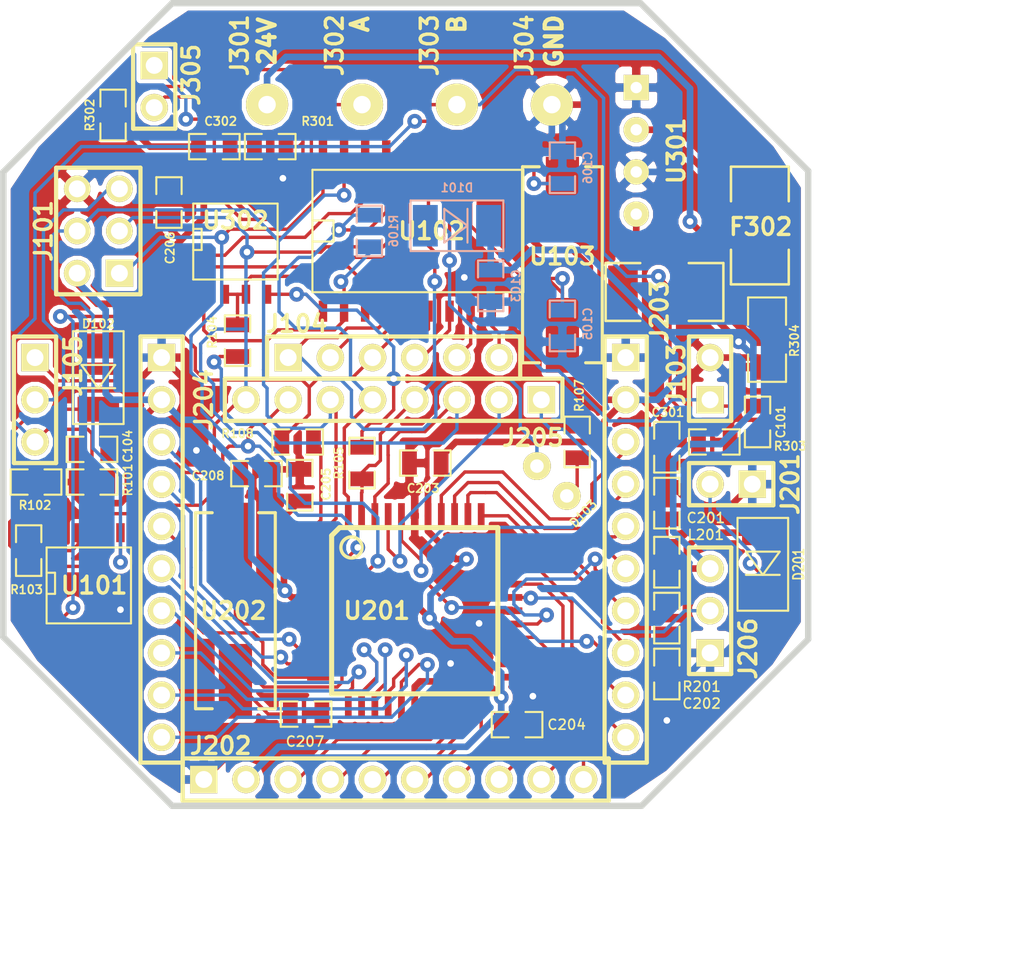
<source format=kicad_pcb>
(kicad_pcb (version 20211014) (generator pcbnew)
  (title_block (title "Buscom") (date "18 may 2013") (rev "1") (comment 1 "KoewibaDomotic"))
  (layers (0 "F.Cu" signal "Vorderseite") (31 "B.Cu" signal "Rückseite") (34 "B.Paste" user) (35 "F.Paste" user) (36 "B.SilkS" user "B.Silkscreen") (37 "F.SilkS" user "F.Silkscreen") (38 "B.Mask" user) (39 "F.Mask" user) (44 "Edge.Cuts" user))
  (net 0 "")
  (net 1 "/buscom_1")
  (net 2 "/buscom_10")
  (net 3 "/buscom_11")
  (net 4 "/buscom_12")
  (net 5 "/buscom_13")
  (net 6 "/buscom_14")
  (net 7 "/buscom_15")
  (net 8 "/buscom_16")
  (net 9 "/buscom_17")
  (net 10 "/buscom_18")
  (net 11 "/buscom_19")
  (net 12 "/buscom_20")
  (net 13 "/buscom_21")
  (net 14 "/buscom_22")
  (net 15 "/buscom_23")
  (net 16 "/buscom_24")
  (net 17 "/buscom_25")
  (net 18 "/buscom_26")
  (net 19 "/buscom_27")
  (net 20 "/buscom_28")
  (net 21 "/buscom_29")
  (net 22 "/buscom_3")
  (net 23 "/buscom_30")
  (net 24 "/buscom_31")
  (net 25 "/buscom_32")
  (net 26 "/buscom_33")
  (net 27 "/buscom_34")
  (net 28 "/buscom_35")
  (net 29 "/buscom_36")
  (net 30 "/buscom_37")
  (net 31 "/buscom_38")
  (net 32 "/buscom_39")
  (net 33 "/buscom_4")
  (net 34 "/buscom_5")
  (net 35 "/buscom_7")
  (net 36 "/buscom_8")
  (net 37 "/buscom_9")
  (net 38 "/businte2")
  (net 39 "/businte40")
  (net 40 "/businte41")
  (net 41 "/businte42")
  (net 42 "/businte43")
  (net 43 "/businte44")
  (net 44 "/businte6")
  (net 45 "N-000002")
  (net 46 "N-000004")
  (net 47 "N-000005")
  (net 48 "N-000006")
  (net 49 "N-000009")
  (net 50 "N-000014")
  (net 51 "N-000015")
  (net 52 "N-000016")
  (net 53 "N-000017")
  (net 54 "N-000018")
  (net 55 "N-000019")
  (net 56 "N-000022")
  (net 57 "N-000023")
  (net 58 "N-000024")
  (net 59 "N-000026")
  (net 60 "N-000027")
  (net 61 "N-000031")
  (net 62 "N-000034")
  (footprint "AM1S-XXXX_SIL4_WO_OUTLINE" (layer "F.Cu") (at 173.355 77.724 -90)
    (fp_text reference "U301")
    (fp_text value "AM1S-2405" hide)
  )
  (footprint "HC49-SMD" (layer "F.Cu") (at 149.225 109.22 90)
    (fp_text reference "U202")
    (fp_text value "7,3728MHz" hide)
  )
  (footprint "HC49-SMD" (layer "F.Cu") (at 168.91 88.392 90)
    (fp_text reference "U103")
    (fp_text value "7,3728MHz" hide)
  )
  (footprint "MINIMELF" (layer "F.Cu") (at 180.975 106.426 -90)
    (fp_text reference "D201")
    (fp_text value "1N4148" hide)
  )
  (footprint "MINIMELF" (layer "F.Cu") (at 140.97 95.1865 -90)
    (fp_text reference "D102")
    (fp_text value "D" hide)
  )
  (footprint "SM0805" (layer "F.Cu") (at 178.054 99.06)
    (fp_text reference "R303")
    (fp_text value "390R" hide)
  )
  (footprint "SM0805" (layer "F.Cu") (at 141.859 79.375 90)
    (fp_text reference "R302")
    (fp_text value "390R" hide)
  )
  (footprint "SM0805" (layer "F.Cu") (at 151.3205 81.28 180)
    (fp_text reference "R301")
    (fp_text value "120R" hide)
  )
  (footprint "SM0805" (layer "F.Cu") (at 175.1965 109.6645 -90)
    (fp_text reference "R201")
    (fp_text value "4,7k" hide)
  )
  (footprint "SM0805" (layer "F.Cu") (at 169.799 99.06 90)
    (fp_text reference "R107")
    (fp_text value "1k" hide)
  )
  (footprint "SM0805" (layer "F.Cu") (at 156.845 100.33 90)
    (fp_text reference "R105")
    (fp_text value "0" hide)
  )
  (footprint "SM0805" (layer "F.Cu") (at 149.352 92.964 90)
    (fp_text reference "R104")
    (fp_text value "0" hide)
  )
  (footprint "SM0805" (layer "F.Cu") (at 137.2235 101.473 180)
    (fp_text reference "R102")
    (fp_text value "4,7k" hide)
  )
  (footprint "SM0805" (layer "F.Cu") (at 140.589 101.473)
    (fp_text reference "R101")
    (fp_text value "4,7k" hide)
  )
  (footprint "SM0805" (layer "F.Cu") (at 175.1965 106.299 90)
    (fp_text reference "L201")
    (fp_text value "L" hide)
  )
  (footprint "SM0805" (layer "F.Cu") (at 147.955 81.28)
    (fp_text reference "C302")
    (fp_text value "100nF" hide)
  )
  (footprint "SM0805" (layer "F.Cu") (at 175.1965 99.3775 -90)
    (fp_text reference "C301")
    (fp_text value "2,2uF" hide)
  )
  (footprint "SM0805" (layer "F.Cu") (at 150.495 100.965 180)
    (fp_text reference "C208")
    (fp_text value "18pF" hide)
  )
  (footprint "SM0805" (layer "F.Cu") (at 153.4795 115.443 180)
    (fp_text reference "C207")
    (fp_text value "18pF" hide)
  )
  (footprint "SM0805" (layer "F.Cu") (at 145.2245 84.6455 90)
    (fp_text reference "C206")
    (fp_text value "2,2uF" hide)
  )
  (footprint "SM0805" (layer "F.Cu") (at 153.0985 101.6635 90)
    (fp_text reference "C205")
    (fp_text value "100nF" hide)
  )
  (footprint "SM0805" (layer "F.Cu") (at 166.1795 116.078)
    (fp_text reference "C204")
    (fp_text value "100nF" hide)
  )
  (footprint "SM0805" (layer "F.Cu") (at 175.1965 113.03 -90)
    (fp_text reference "C202")
    (fp_text value "4,7nF" hide)
  )
  (footprint "SM0805" (layer "F.Cu") (at 175.1965 102.743 90)
    (fp_text reference "C201")
    (fp_text value "100nF" hide)
  )
  (footprint "SM0805" (layer "F.Cu") (at 140.589 99.5045)
    (fp_text reference "C104")
    (fp_text value "100nF" hide)
  )
  (footprint "SM0805" (layer "F.Cu") (at 180.6575 97.8535 -90)
    (fp_text reference "C101")
    (fp_text value "4,7nF" hide)
  )
  (footprint "SM1812" (layer "F.Cu") (at 175.0695 90.043)
    (fp_text reference "F301" hide)
    (fp_text value "FUSE" hide)
  )
  (footprint "SO8N" (layer "F.Cu") (at 149.225 86.995)
    (fp_text reference "U302")
    (fp_text value "MAX487" hide)
  )
  (footprint "SO8N" (layer "F.Cu") (at 140.3985 107.696)
    (fp_text reference "U101")
    (fp_text value "25LC512" hide)
  )
  (footprint "SO20L" (layer "F.Cu") (at 160.2105 86.36)
    (fp_text reference "U102")
    (fp_text value "ATTINY1634-SOIC" hide)
  )
  (footprint "HEADER_10x1" (layer "F.Cu") (at 144.78 93.98 -90)
    (fp_text reference "J204")
    (fp_text value "CONN_10X1" hide)
  )
  (footprint "HEADER_10x1" (layer "F.Cu") (at 172.72 93.98 -90)
    (fp_text reference "J203")
    (fp_text value "CONN_10X1" hide)
  )
  (footprint "HEADER_10x1" (layer "F.Cu") (at 147.32 119.38)
    (fp_text reference "J202")
    (fp_text value "CONN_10X1" hide)
  )
  (footprint "HEADER_2x1" (layer "F.Cu") (at 144.3355 76.3905 -90)
    (fp_text reference "J305")
    (fp_text value "JUMPER" hide)
  )
  (footprint "HEADER_2x1" (layer "F.Cu") (at 177.8 96.52 90)
    (fp_text reference "J103")
    (fp_text value "JUMPER" hide)
  )
  (footprint "HEADER_3x1" (layer "F.Cu") (at 177.8 111.76 90)
    (fp_text reference "J206")
    (fp_text value "CONN_3X1" hide)
  )
  (footprint "HEADER_3x2" (layer "F.Cu") (at 142.24 88.9 90)
    (fp_text reference "J101")
    (fp_text value "CONN_3X2" hide)
  )
  (footprint "HEADER_6x1" (layer "F.Cu") (at 152.4 93.98)
    (fp_text reference "J104")
    (fp_text value "CONN_6X1" hide)
  )
  (footprint "HEADER_8x1" (layer "F.Cu") (at 167.64 96.52 180)
    (fp_text reference "J205")
    (fp_text value "CONN_8X1" hide)
  )
  (footprint "WAGO243_WO_OUTLINE" (layer "F.Cu") (at 170.815 82.2325 180)
    (fp_text reference "J304")
    (fp_text value "CONN_1" hide)
  )
  (footprint "WAGO243_WO_OUTLINE" (layer "F.Cu") (at 165.1 82.2325 180)
    (fp_text reference "J303")
    (fp_text value "CONN_1" hide)
  )
  (footprint "WAGO243_WO_OUTLINE" (layer "F.Cu") (at 159.385 82.2325 180)
    (fp_text reference "J302")
    (fp_text value "CONN_1" hide)
  )
  (footprint "WAGO243_WO_OUTLINE" (layer "F.Cu") (at 153.67 82.2325 180)
    (fp_text reference "J301")
    (fp_text value "CONN_1" hide)
  )
  (footprint "TQFP44" (layer "F.Cu") (at 160.02 109.22)
    (fp_text reference "U201")
    (fp_text value "ATMEGA324-TQFP44" hide)
  )
  (footprint "SM0805" (layer "F.Cu") (at 152.9715 99.06 180)
    (fp_text reference "R108")
    (fp_text value "0" hide)
  )
  (footprint "HEADER_3x1" (layer "F.Cu") (at 137.16 93.98 -90)
    (fp_text reference "J105")
    (fp_text value "CONN_3X1" hide)
  )
  (footprint "HEADER_2x1" (layer "F.Cu") (at 180.34 101.6 180)
    (fp_text reference "J201")
    (fp_text value "JUMPER" hide)
  )
  (footprint "SM0805" (layer "F.Cu") (at 136.779 105.6005 -90)
    (fp_text reference "R103")
    (fp_text value "4,7k" hide)
  )
  (footprint "SM0805" (layer "F.Cu") (at 160.655 100.33 180)
    (fp_text reference "C203")
    (fp_text value "100nF" hide)
  )
  (footprint "SM1206" (layer "F.Cu") (at 181.229 92.9005 90)
    (fp_text reference "R304")
    (fp_text value "VARISTOR" hide)
  )
  (footprint "SM1812" (layer "F.Cu") (at 180.7845 86.0425 -90)
    (fp_text reference "F302")
    (fp_text value "FUSE" hide)
  )
  (footprint "LED_3MM_WO_OUTLINE" (layer "F.Cu") (at 168.275 101.4095 -45)
    (fp_text reference "D103")
    (fp_text value "LED" hide)
  )
  (footprint "MINIMELF" (layer "B.Cu") (at 162.56 86.0425)
    (fp_text reference "D101")
    (fp_text value "1N4148" hide)
  )
  (footprint "SM0805" (layer "B.Cu") (at 157.2895 86.36 -90)
    (fp_text reference "R106")
    (fp_text value "0" hide)
  )
  (footprint "SM0805" (layer "B.Cu") (at 168.91 82.55 90)
    (fp_text reference "C106")
    (fp_text value "18pF" hide)
  )
  (footprint "SM0805" (layer "B.Cu") (at 164.592 89.662 -90)
    (fp_text reference "C103")
    (fp_text value "100nF" hide)
  )
  (footprint "SM0805" (layer "B.Cu") (at 168.91 92.075 -90)
    (fp_text reference "C105")
    (fp_text value "18pF" hide)
  )
  (gr_line (start 145.415 72.644) (end 135.255 82.804) (layer "Edge.Cuts") (width 0.381))
  (gr_line (start 135.255 110.8075) (end 145.415 120.9675) (layer "Edge.Cuts") (width 0.381))
  (gr_line (start 183.7055 110.9345) (end 183.7055 82.7405) (layer "Edge.Cuts") (width 0.381))
  (gr_line (start 135.255 82.804) (end 135.255 110.8075) (layer "Edge.Cuts") (width 0.381))
  (gr_line (start 145.415 120.9675) (end 173.6725 120.9675) (layer "Edge.Cuts") (width 0.381))
  (gr_line (start 183.7055 82.7405) (end 173.609 72.644) (layer "Edge.Cuts") (width 0.381))
  (gr_line (start 173.609 72.644) (end 145.415 72.644) (layer "Edge.Cuts") (width 0.381))
  (gr_line (start 173.6725 120.9675) (end 183.7055 110.9345) (layer "Edge.Cuts") (width 0.381))
  (gr_text "A" (at 156.718 73.914 90) (layer "F.SilkS") (effects (font (size 1.016 1.016) (thickness 0.254))))
  (gr_text "B" (at 162.56 73.914 90) (layer "F.SilkS") (effects (font (size 1.016 1.016) (thickness 0.254))))
  (gr_text "GND" (at 168.402 74.93 90) (layer "F.SilkS") (effects (font (size 1.016 1.016) (thickness 0.254))))
  (gr_text "24V" (at 151.13 74.93 90) (layer "F.SilkS") (effects (font (size 1.016 1.016) (thickness 0.254))))
  (segment locked (start 167.132 116.078) (end 167.132 114.3635) (width 0.39878) (layer "F.Cu") (net 1))
  (segment (start 160.8201 116.1542) (end 160.5788 116.3955) (width 0.39878) (layer "F.Cu") (net 1))
  (segment (start 151.4475 83.82) (end 152.0825 83.185) (width 0.39878) (layer "F.Cu") (net 1))
  (segment (start 165.9255 89.789) (end 165.2905 89.154) (width 0.39878) (layer "F.Cu") (net 1))
  (segment locked (start 153.0985 100.711) (end 151.7015 100.711) (width 0.39878) (layer "F.Cu") (net 1))
  (segment locked (start 175.1965 84.6455) (end 173.355 82.804) (width 0.39878) (layer "F.Cu") (net 1))
  (segment (start 160.02 101.981) (end 159.7025 101.6635) (width 0.39878) (layer "F.Cu") (net 1))
  (segment (start 160.02 104.8385) (end 164.4015 109.22) (width 0.39878) (layer "F.Cu") (net 1))
  (segment locked (start 180.34 101.6) (end 180.34 99.1235) (width 0.39878) (layer "F.Cu") (net 1))
  (segment (start 163.73602 109.88548) (end 164.4015 109.22) (width 0.39878) (layer "F.Cu") (net 1))
  (segment (start 163.73602 109.88802) (end 163.73602 109.88548) (width 0.39878) (layer "F.Cu") (net 1))
  (segment locked (start 175.1965 113.9825) (end 175.1965 115.697) (width 0.39878) (layer "F.Cu") (net 1))
  (segment (start 159.7025 99.5045) (end 160.147 99.06) (width 0.39878) (layer "F.Cu") (net 1))
  (segment locked (start 160.8201 114.935) (end 160.8201 116.1542) (width 0.39878) (layer "F.Cu") (net 1))
  (segment (start 170.2308 78.7527) (end 171.2595 77.724) (width 0.39878) (layer "F.Cu") (net 1))
  (segment locked (start 161.8615 98.1075) (end 169.799 98.1075) (width 0.39878) (layer "F.Cu") (net 1))
  (segment (start 149.4155 82.55) (end 150.622 82.55) (width 0.39878) (layer "F.Cu") (net 1))
  (segment locked (start 160.02 103.505) (end 160.02 104.8385) (width 0.39878) (layer "F.Cu") (net 1))
  (segment locked (start 164.4015 109.22) (end 165.735 109.22) (width 0.39878) (layer "F.Cu") (net 1))
  (segment (start 162.7505 111.125) (end 163.8935 109.982) (width 0.39878) (layer "F.Cu") (net 1))
  (segment (start 153.924 117.2845) (end 154.432 116.7765) (width 0.39878) (layer "F.Cu") (net 1))
  (segment locked (start 154.305 109.22) (end 158.5595 109.22) (width 0.39878) (layer "F.Cu") (net 1))
  (segment (start 156.718 116.3955) (end 154.813 116.3955) (width 0.39878) (layer "F.Cu") (net 1))
  (segment (start 181.483 98.806) (end 182.1815 98.1075) (width 0.39878) (layer "F.Cu") (net 1))
  (segment (start 152.3365 109.22) (end 151.13 109.22) (width 0.39878) (layer "F.Cu") (net 1))
  (segment (start 160.909 99.06) (end 161.8615 98.1075) (width 0.39878) (layer "F.Cu") (net 1))
  (segment (start 154.813 116.3955) (end 154.432 116.7765) (width 0.39878) (layer "F.Cu") (net 1))
  (segment (start 150.622 107.8865) (end 151.1935 107.315) (width 0.39878) (layer "F.Cu") (net 1))
  (segment locked (start 151.13 83.058) (end 151.13 83.82) (width 0.39878) (layer "F.Cu") (net 1))
  (segment (start 177.1015 103.251) (end 178.689 103.251) (width 0.39878) (layer "F.Cu") (net 1))
  (segment (start 153.797 117.2845) (end 149.4155 117.2845) (width 0.39878) (layer "F.Cu") (net 1))
  (segment locked (start 175.1965 101.7905) (end 175.641 101.7905) (width 0.39878) (layer "F.Cu") (net 1))
  (segment locked (start 159.7025 100.33) (end 159.7025 99.5045) (width 0.39878) (layer "F.Cu") (net 1))
  (segment locked (start 139.7 83.82) (end 139.7635 83.82) (width 0.39878) (layer "F.Cu") (net 1))
  (segment (start 142.6845 98.3615) (end 142.6845 96.0755) (width 0.39878) (layer "F.Cu") (net 1))
  (segment locked (start 151.7015 100.711) (end 151.4475 100.965) (width 0.39878) (layer "F.Cu") (net 1))
  (segment locked (start 177.8 93.98) (end 177.7365 93.98) (width 0.39878) (layer "F.Cu") (net 1))
  (segment locked (start 180.34 99.1235) (end 180.6575 98.806) (width 0.39878) (layer "F.Cu") (net 1))
  (segment (start 144.526 82.1055) (end 145.2245 82.804) (width 0.39878) (layer "F.Cu") (net 1))
  (segment (start 146.558 99.2505) (end 146.8755 99.568) (width 0.39878) (layer "F.Cu") (net 1))
  (segment (start 175.1965 100.33) (end 175.1965 101.7905) (width 0.39878) (layer "F.Cu") (net 1))
  (segment locked (start 182.1815 95.504) (end 181.229 94.5515) (width 0.39878) (layer "F.Cu") (net 1))
  (segment (start 160.4645 111.125) (end 162.7505 111.125) (width 0.39878) (layer "F.Cu") (net 1))
  (segment locked (start 149.4155 117.2845) (end 147.32 119.38) (width 0.39878) (layer "F.Cu") (net 1))
  (segment (start 158.5595 109.22) (end 160.4645 111.125) (width 0.39878) (layer "F.Cu") (net 1))
  (segment (start 175.1965 86.106) (end 175.1965 84.6455) (width 0.39878) (layer "F.Cu") (net 1))
  (segment locked (start 145.2245 82.804) (end 145.2245 83.693) (width 0.39878) (layer "F.Cu") (net 1))
  (segment locked (start 160.02 103.505) (end 160.02 101.981) (width 0.39878) (layer "F.Cu") (net 1))
  (segment locked (start 177.8 93.98) (end 180.6575 93.98) (width 0.39878) (layer "F.Cu") (net 1))
  (segment (start 160.5788 116.3955) (end 156.718 116.3955) (width 0.39878) (layer "F.Cu") (net 1))
  (segment locked (start 168.275 78.7527) (end 170.2308 78.7527) (width 0.39878) (layer "F.Cu") (net 1))
  (segment locked (start 180.4035 99.06) (end 180.6575 98.806) (width 0.39878) (layer "F.Cu") (net 1))
  (segment (start 162.179 112.395) (end 162.179 111.6965) (width 0.39878) (layer "F.Cu") (net 1))
  (segment (start 153.797 117.2845) (end 153.924 117.2845) (width 0.39878) (layer "F.Cu") (net 1))
  (segment (start 162.179 111.6965) (end 162.7505 111.125) (width 0.39878) (layer "F.Cu") (net 1))
  (segment locked (start 144.78 93.98) (end 144.8435 93.98) (width 0.39878) (layer "F.Cu") (net 1))
  (segment locked (start 180.6575 93.98) (end 181.229 94.5515) (width 0.39878) (layer "F.Cu") (net 1))
  (segment locked (start 141.5415 99.5045) (end 142.6845 98.3615) (width 0.39878) (layer "F.Cu") (net 1))
  (segment (start 153.08072 109.22) (end 152.3365 109.22) (width 0.39878) (layer "F.Cu") (net 1))
  (segment (start 175.9585 86.868) (end 175.1965 86.106) (width 0.39878) (layer "F.Cu") (net 1))
  (segment (start 148.9075 82.042) (end 149.4155 82.55) (width 0.39878) (layer "F.Cu") (net 1))
  (segment (start 150.622 108.712) (end 150.622 107.8865) (width 0.39878) (layer "F.Cu") (net 1))
  (segment (start 163.8935 109.982) (end 163.79952 109.88802) (width 0.39878) (layer "F.Cu") (net 1))
  (segment locked (start 154.305 109.22) (end 153.08072 109.22) (width 0.40132) (layer "F.Cu") (net 1))
  (segment (start 146.558 98.298) (end 146.558 99.2505) (width 0.39878) (layer "F.Cu") (net 1))
  (segment locked (start 159.7025 101.6635) (end 159.7025 100.33) (width 0.39878) (layer "F.Cu") (net 1))
  (segment (start 175.9585 92.202) (end 175.9585 86.868) (width 0.39878) (layer "F.Cu") (net 1))
  (segment (start 146.558 95.6945) (end 146.558 98.298) (width 0.39878) (layer "F.Cu") (net 1))
  (segment locked (start 178.689 103.251) (end 180.34 101.6) (width 0.39878) (layer "F.Cu") (net 1))
  (segment locked (start 154.432 116.7765) (end 154.432 115.443) (width 0.39878) (layer "F.Cu") (net 1))
  (segment (start 151.4475 102.8065) (end 151.1935 103.0605) (width 0.39878) (layer "F.Cu") (net 1))
  (segment locked (start 151.4475 100.965) (end 151.4475 102.8065) (width 0.39878) (layer "F.Cu") (net 1))
  (segment (start 182.1815 98.1075) (end 182.1815 95.504) (width 0.39878) (layer "F.Cu") (net 1))
  (segment (start 151.1935 103.0605) (end 151.1935 107.315) (width 0.39878) (layer "F.Cu") (net 1))
  (segment (start 139.7635 83.82) (end 141.478 82.1055) (width 0.39878) (layer "F.Cu") (net 1))
  (segment (start 160.147 99.06) (end 160.909 99.06) (width 0.39878) (layer "F.Cu") (net 1))
  (segment locked (start 179.0065 99.06) (end 180.4035 99.06) (width 0.39878) (layer "F.Cu") (net 1))
  (segment locked (start 180.6575 98.806) (end 181.483 98.806) (width 0.39878) (layer "F.Cu") (net 1))
  (segment (start 175.641 101.7905) (end 177.1015 103.251) (width 0.39878) (layer "F.Cu") (net 1))
  (segment locked (start 165.9255 91.186) (end 165.9255 89.789) (width 0.39878) (layer "F.Cu") (net 1))
  (segment locked (start 171.2595 77.724) (end 173.355 77.724) (width 0.39878) (layer "F.Cu") (net 1))
  (segment (start 177.7365 93.98) (end 175.9585 92.202) (width 0.39878) (layer "F.Cu") (net 1))
  (segment locked (start 151.13 83.82) (end 151.4475 83.82) (width 0.39878) (layer "F.Cu") (net 1))
  (segment (start 165.2905 89.154) (end 163.0045 89.154) (width 0.39878) (layer "F.Cu") (net 1))
  (segment (start 141.478 82.1055) (end 144.526 82.1055) (width 0.39878) (layer "F.Cu") (net 1))
  (segment (start 151.13 109.22) (end 150.622 108.712) (width 0.39878) (layer "F.Cu") (net 1))
  (segment locked (start 142.6845 96.0755) (end 144.78 93.98) (width 0.39878) (layer "F.Cu") (net 1))
  (segment (start 144.8435 93.98) (end 146.558 95.6945) (width 0.39878) (layer "F.Cu") (net 1))
  (segment (start 175.1965 115.697) (end 175.1965 115.824) (width 0.39878) (layer "F.Cu") (net 1))
  (segment locked (start 148.9075 81.28) (end 148.9075 82.042) (width 0.39878) (layer "F.Cu") (net 1))
  (segment locked (start 142.3035 110.871) (end 142.3035 109.1565) (width 0.39878) (layer "F.Cu") (net 1))
  (segment (start 163.79952 109.88802) (end 163.73602 109.88802) (width 0.39878) (layer "F.Cu") (net 1))
  (segment (start 150.622 82.55) (end 151.13 83.058) (width 0.39878) (layer "F.Cu") (net 1))
  (via (at 175.1965 115.824) (size 0.889) (drill 0.4) (layers "F.Cu" "B.Cu") (net 1))
  (via (at 163.8935 109.982) (size 0.889) (drill 0.4) (layers "F.Cu" "B.Cu") (net 1))
  (via (at 162.179 112.395) (size 0.889) (drill 0.4) (layers "F.Cu" "B.Cu") (net 1))
  (via (at 146.8755 99.568) (size 0.889) (drill 0.4) (layers "F.Cu" "B.Cu") (net 1))
  (via (at 167.132 114.3635) (size 0.889) (drill 0.4) (layers "F.Cu" "B.Cu") (net 1))
  (via (at 152.0825 83.185) (size 0.889) (drill 0.4) (layers "F.Cu" "B.Cu") (net 1))
  (via (at 142.3035 109.1565) (size 0.889) (drill 0.4) (layers "F.Cu" "B.Cu") (net 1))
  (via (at 163.0045 89.154) (size 0.889) (drill 0.4) (layers "F.Cu" "B.Cu") (net 1))
  (segment (start 163.0045 89.154) (end 163.1315 89.027) (width 0.39878) (layer "B.Cu") (net 1))
  (segment locked (start 175.1965 114.3635) (end 177.8 111.76) (width 0.39878) (layer "B.Cu") (net 1))
  (segment (start 181.5465 107.95) (end 180.37302 109.12348) (width 0.39878) (layer "B.Cu") (net 1))
  (segment locked (start 173.355 77.724) (end 174.625 77.724) (width 0.39878) (layer "B.Cu") (net 1))
  (segment (start 163.1315 89.027) (end 163.1315 88.265) (width 0.39878) (layer "B.Cu") (net 1))
  (segment (start 149.1615 101.854) (end 149.1615 107.6325) (width 0.39878) (layer "B.Cu") (net 1))
  (segment (start 160.5915 111.3155) (end 161.0995 111.3155) (width 0.39878) (layer "B.Cu") (net 1))
  (segment (start 180.0225 110.4265) (end 180.0225 109.474) (width 0.39878) (layer "B.Cu") (net 1))
  (segment locked (start 167.7035 93.0275) (end 168.91 93.0275) (width 0.39878) (layer "B.Cu") (net 1))
  (segment (start 152.019 83.185) (end 162.7505 83.185) (width 0.39878) (layer "B.Cu") (net 1))
  (segment (start 163.1315 89.154) (end 163.1315 88.519) (width 0.39878) (layer "B.Cu") (net 1))
  (segment (start 146.812 82.1055) (end 147.1295 82.1055) (width 0.39878) (layer "B.Cu") (net 1))
  (segment (start 166.116 90.6145) (end 166.9415 91.44) (width 0.39878) (layer "B.Cu") (net 1))
  (segment (start 148.082 118.5545) (end 150.27402 116.36248) (width 0.39878) (layer "B.Cu") (net 1))
  (segment locked (start 174.6885 82.804) (end 173.355 82.804) (width 0.39878) (layer "B.Cu") (net 1))
  (segment locked (start 147.32 119.38) (end 147.32 119.3165) (width 0.39878) (layer "B.Cu") (net 1))
  (segment (start 143.1925 117.475) (end 144.145 118.4275) (width 0.39878) (layer "B.Cu") (net 1))
  (segment (start 163.1315 88.519) (end 163.1315 88.265) (width 0.39878) (layer "B.Cu") (net 1))
  (segment (start 168.275 80.54594) (end 168.06672 80.75422) (width 0.39878) (layer "B.Cu") (net 1))
  (segment (start 165.608 111.379) (end 165.2905 111.379) (width 0.39878) (layer "B.Cu") (net 1))
  (segment locked (start 168.91 93.0275) (end 170.2435 93.0275) (width 0.39878) (layer "B.Cu") (net 1))
  (segment (start 148.209 83.185) (end 152.019 83.185) (width 0.39878) (layer "B.Cu") (net 1))
  (segment (start 167.132 112.395) (end 166.116 111.379) (width 0.39878) (layer "B.Cu") (net 1))
  (segment (start 141.4145 82.1055) (end 140.97 82.55) (width 0.39878) (layer "B.Cu") (net 1))
  (segment (start 170.2435 93.0275) (end 171.196 93.98) (width 0.39878) (layer "B.Cu") (net 1))
  (segment (start 152.0825 83.185) (end 152.019 83.185) (width 0.39878) (layer "B.Cu") (net 1))
  (segment locked (start 139.7 83.82) (end 140.97 82.55) (width 0.40132) (layer "B.Cu") (net 1))
  (segment (start 144.145 118.4275) (end 146.3675 118.4275) (width 0.39878) (layer "B.Cu") (net 1))
  (segment (start 175.1965 82.296) (end 174.6885 82.804) (width 0.39878) (layer "B.Cu") (net 1))
  (segment locked (start 168.275 78.7527) (end 168.275 80.54594) (width 0.39878) (layer "B.Cu") (net 1))
  (segment (start 175.1965 116.586) (end 173.355 118.4275) (width 0.39878) (layer "B.Cu") (net 1))
  (segment (start 165.2905 111.379) (end 163.8935 109.982) (width 0.39878) (layer "B.Cu") (net 1))
  (segment (start 180.37302 109.12348) (end 180.0225 109.474) (width 0.39878) (layer "B.Cu") (net 1))
  (segment (start 163.46678 80.75422) (end 167.72128 80.75422) (width 0.40132) (layer "B.Cu") (net 1))
  (segment (start 162.7505 83.185) (end 162.7505 81.7245) (width 0.39878) (layer "B.Cu") (net 1))
  (segment (start 175.1965 78.2955) (end 175.1965 82.296) (width 0.39878) (layer "B.Cu") (net 1))
  (segment locked (start 177.8 111.76) (end 178.689 111.76) (width 0.39878) (layer "B.Cu") (net 1))
  (segment (start 167.132 115.8875) (end 169.037 117.7925) (width 0.39878) (layer "B.Cu") (net 1))
  (segment (start 146.40052 118.46052) (end 148.17598 118.46052) (width 0.39878) (layer "B.Cu") (net 1))
  (segment (start 166.9415 91.44) (end 166.9415 92.2655) (width 0.39878) (layer "B.Cu") (net 1))
  (segment locked (start 180.34 101.6) (end 180.34 103.505) (width 0.39878) (layer "B.Cu") (net 1))
  (segment (start 163.1315 90.1065) (end 163.1315 89.154) (width 0.39878) (layer "B.Cu") (net 1))
  (segment (start 167.132 114.3635) (end 167.132 112.395) (width 0.39878) (layer "B.Cu") (net 1))
  (segment (start 147.32 119.3165) (end 148.082 118.5545) (width 0.39878) (layer "B.Cu") (net 1))
  (segment (start 146.8755 99.568) (end 149.1615 101.854) (width 0.39878) (layer "B.Cu") (net 1))
  (segment (start 148.14296 118.4275) (end 148.082 118.4275) (width 0.39878) (layer "B.Cu") (net 1))
  (segment locked (start 171.196 93.98) (end 172.72 93.98) (width 0.39878) (layer "B.Cu") (net 1))
  (segment (start 143.1925 110.0455) (end 143.1925 117.475) (width 0.39878) (layer "B.Cu") (net 1))
  (segment (start 171.3865 117.7925) (end 169.037 117.7925) (width 0.39878) (layer "B.Cu") (net 1))
  (segment (start 163.1315 84.963) (end 162.7505 84.582) (width 0.39878) (layer "B.Cu") (net 1))
  (segment (start 174.625 77.724) (end 175.1965 78.2955) (width 0.39878) (layer "B.Cu") (net 1))
  (segment (start 150.27402 116.36248) (end 160.30702 116.36248) (width 0.39878) (layer "B.Cu") (net 1))
  (segment (start 147.1295 82.1055) (end 148.209 83.185) (width 0.39878) (layer "B.Cu") (net 1))
  (segment (start 180.34 103.505) (end 180.34 104.14) (width 0.39878) (layer "B.Cu") (net 1))
  (segment (start 167.72128 80.75422) (end 168.06672 80.75422) (width 0.40132) (layer "B.Cu") (net 1))
  (segment (start 163.1315 88.265) (end 163.1315 84.963) (width 0.39878) (layer "B.Cu") (net 1))
  (segment (start 163.6395 90.6145) (end 163.1315 90.1065) (width 0.39878) (layer "B.Cu") (net 1))
  (segment (start 172.0215 118.4275) (end 171.3865 117.7925) (width 0.39878) (layer "B.Cu") (net 1))
  (segment (start 141.4145 82.1055) (end 146.812 82.1055) (width 0.39878) (layer "B.Cu") (net 1))
  (segment (start 158.496 109.22) (end 160.5915 111.3155) (width 0.39878) (layer "B.Cu") (net 1))
  (segment (start 148.17598 118.46052) (end 148.14296 118.4275) (width 0.39878) (layer "B.Cu") (net 1))
  (segment (start 161.0995 111.3155) (end 162.179 112.395) (width 0.39878) (layer "B.Cu") (net 1))
  (segment locked (start 168.91 81.5975) (end 168.06672 80.75422) (width 0.39878) (layer "B.Cu") (net 1))
  (segment (start 178.689 111.76) (end 180.0225 110.4265) (width 0.39878) (layer "B.Cu") (net 1))
  (segment locked (start 168.91 79.3877) (end 168.275 78.7527) (width 0.39878) (layer "B.Cu") (net 1))
  (segment (start 142.3035 109.1565) (end 143.1925 110.0455) (width 0.39878) (layer "B.Cu") (net 1))
  (segment (start 181.5465 105.3465) (end 181.5465 107.95) (width 0.39878) (layer "B.Cu") (net 1))
  (segment locked (start 146.40052 118.46052) (end 147.32 119.38) (width 0.39878) (layer "B.Cu") (net 1))
  (segment (start 160.30702 116.36248) (end 162.179 114.4905) (width 0.39878) (layer "B.Cu") (net 1))
  (segment (start 166.116 111.379) (end 165.608 111.379) (width 0.39878) (layer "B.Cu") (net 1))
  (segment (start 162.7505 81.4705) (end 163.46678 80.75422) (width 0.39878) (layer "B.Cu") (net 1))
  (segment (start 173.355 118.4275) (end 172.0215 118.4275) (width 0.39878) (layer "B.Cu") (net 1))
  (segment locked (start 164.592 90.6145) (end 163.6395 90.6145) (width 0.39878) (layer "B.Cu") (net 1))
  (segment (start 167.132 114.3635) (end 167.132 115.7605) (width 0.39878) (layer "B.Cu") (net 1))
  (segment locked (start 168.91 81.5975) (end 168.91 79.3877) (width 0.39878) (layer "B.Cu") (net 1))
  (segment (start 175.1965 115.824) (end 175.1965 116.586) (width 0.39878) (layer "B.Cu") (net 1))
  (segment (start 148.082 118.4275) (end 148.082 118.5545) (width 0.39878) (layer "B.Cu") (net 1))
  (segment (start 149.1615 107.6325) (end 150.749 109.22) (width 0.39878) (layer "B.Cu") (net 1))
  (segment locked (start 164.592 90.6145) (end 166.116 90.6145) (width 0.39878) (layer "B.Cu") (net 1))
  (segment (start 175.1965 115.824) (end 175.1965 114.3635) (width 0.39878) (layer "B.Cu") (net 1))
  (segment (start 166.9415 92.2655) (end 167.7035 93.0275) (width 0.39878) (layer "B.Cu") (net 1))
  (segment (start 146.3675 118.4275) (end 146.40052 118.46052) (width 0.39878) (layer "B.Cu") (net 1))
  (segment (start 150.749 109.22) (end 158.496 109.22) (width 0.39878) (layer "B.Cu") (net 1))
  (segment (start 162.7505 84.582) (end 162.7505 83.185) (width 0.39878) (layer "B.Cu") (net 1))
  (segment (start 162.7505 81.7245) (end 162.7505 81.4705) (width 0.39878) (layer "B.Cu") (net 1))
  (segment (start 180.34 104.14) (end 181.5465 105.3465) (width 0.39878) (layer "B.Cu") (net 1))
  (segment (start 162.179 114.4905) (end 162.179 112.395) (width 0.39878) (layer "B.Cu") (net 1))
  (segment (start 167.132 115.7605) (end 167.132 115.8875) (width 0.39878) (layer "B.Cu") (net 1))
  (segment (start 152.9715 119.38) (end 154.432 117.9195) (width 0.2032) (layer "F.Cu") (net 2))
  (segment locked (start 161.6202 116.3193) (end 161.6202 114.935) (width 0.2032) (layer "F.Cu") (net 2))
  (segment (start 160.9725 116.967) (end 161.6202 116.3193) (width 0.2032) (layer "F.Cu") (net 2))
  (segment (start 154.4193 117.9195) (end 154.432 117.9195) (width 0.2032) (layer "F.Cu") (net 2))
  (segment locked (start 152.4 119.38) (end 152.9715 119.38) (width 0.2032) (layer "F.Cu") (net 2))
  (segment (start 155.3718 116.967) (end 160.9725 116.967) (width 0.2032) (layer "F.Cu") (net 2))
  (segment (start 155.3718 116.967) (end 154.4193 117.9195) (width 0.2032) (layer "F.Cu") (net 2))
  (segment locked (start 154.94 119.38) (end 155.448 119.38) (width 0.2032) (layer "F.Cu") (net 3))
  (segment (start 157.353 117.475) (end 161.163 117.475) (width 0.2032) (layer "F.Cu") (net 3))
  (segment (start 155.448 119.38) (end 157.353 117.475) (width 0.2032) (layer "F.Cu") (net 3))
  (segment locked (start 162.4203 116.2177) (end 162.4203 114.935) (width 0.2032) (layer "F.Cu") (net 3))
  (segment (start 161.163 117.475) (end 162.4203 116.2177) (width 0.2032) (layer "F.Cu") (net 3))
  (segment (start 159.385 117.983) (end 161.3535 117.983) (width 0.2032) (layer "F.Cu") (net 4))
  (segment (start 161.3535 117.983) (end 163.2204 116.1161) (width 0.2032) (layer "F.Cu") (net 4))
  (segment locked (start 157.48 119.38) (end 157.988 119.38) (width 0.2032) (layer "F.Cu") (net 4))
  (segment locked (start 163.2204 116.1161) (end 163.2204 114.935) (width 0.2032) (layer "F.Cu") (net 4))
  (segment (start 157.988 119.38) (end 159.385 117.983) (width 0.2032) (layer "F.Cu") (net 4))
  (segment (start 163.2585 117.4115) (end 164.0205 116.6495) (width 0.2032) (layer "F.Cu") (net 5))
  (segment locked (start 160.02 119.38) (end 160.655 119.38) (width 0.2032) (layer "F.Cu") (net 5))
  (segment (start 162.6235 117.4115) (end 163.2585 117.4115) (width 0.2032) (layer "F.Cu") (net 5))
  (segment (start 160.655 119.38) (end 162.6235 117.4115) (width 0.2032) (layer "F.Cu") (net 5))
  (segment locked (start 164.0205 116.6495) (end 164.0205 114.935) (width 0.2032) (layer "F.Cu") (net 5))
  (segment (start 167.259 113.2205) (end 168.3385 114.3) (width 0.2032) (layer "F.Cu") (net 6))
  (segment locked (start 165.735 113.2205) (end 167.259 113.2205) (width 0.2032) (layer "F.Cu") (net 6))
  (segment (start 168.3385 114.3) (end 168.3385 116.84) (width 0.2032) (layer "F.Cu") (net 6))
  (segment locked (start 164.5285 117.4115) (end 162.56 119.38) (width 0.2032) (layer "F.Cu") (net 6))
  (segment (start 168.3385 116.84) (end 167.767 117.4115) (width 0.2032) (layer "F.Cu") (net 6))
  (segment (start 167.767 117.4115) (end 164.5285 117.4115) (width 0.2032) (layer "F.Cu") (net 6))
  (segment (start 168.91 113.9825) (end 168.91 117.1575) (width 0.2032) (layer "F.Cu") (net 7))
  (segment locked (start 166.5605 117.9195) (end 165.1 119.38) (width 0.2032) (layer "F.Cu") (net 7))
  (segment (start 168.148 117.9195) (end 166.5605 117.9195) (width 0.2032) (layer "F.Cu") (net 7))
  (segment locked (start 165.735 112.4204) (end 167.3479 112.4204) (width 0.2032) (layer "F.Cu") (net 7))
  (segment (start 167.3479 112.4204) (end 168.91 113.9825) (width 0.2032) (layer "F.Cu") (net 7))
  (segment (start 168.91 117.1575) (end 168.148 117.9195) (width 0.2032) (layer "F.Cu") (net 7))
  (segment (start 167.3098 111.6203) (end 169.418 113.7285) (width 0.2032) (layer "F.Cu") (net 8))
  (segment locked (start 169.418 117.602) (end 167.64 119.38) (width 0.2032) (layer "F.Cu") (net 8))
  (segment (start 169.418 113.7285) (end 169.418 117.602) (width 0.2032) (layer "F.Cu") (net 8))
  (segment locked (start 165.735 111.6203) (end 167.3098 111.6203) (width 0.2032) (layer "F.Cu") (net 8))
  (segment (start 167.2717 110.8202) (end 170.18 113.7285) (width 0.2032) (layer "F.Cu") (net 9))
  (segment locked (start 165.735 110.8202) (end 167.2717 110.8202) (width 0.2032) (layer "F.Cu") (net 9))
  (segment locked (start 170.18 113.7285) (end 170.18 119.38) (width 0.2032) (layer "F.Cu") (net 9))
  (segment (start 168.148 103.6955) (end 169.7355 103.6955) (width 0.2032) (layer "F.Cu") (net 10))
  (segment (start 163.03752 100.86848) (end 165.32098 100.86848) (width 0.2032) (layer "F.Cu") (net 10))
  (segment (start 169.7355 103.6955) (end 169.9895 103.4415) (width 0.2032) (layer "F.Cu") (net 10))
  (segment (start 172.72 99.568) (end 170.688 101.6) (width 0.2032) (layer "F.Cu") (net 10))
  (segment (start 170.688 101.6) (end 170.688 102.743) (width 0.2032) (layer "F.Cu") (net 10))
  (segment (start 165.32098 100.86848) (end 168.148 103.6955) (width 0.2032) (layer "F.Cu") (net 10))
  (segment locked (start 172.72 99.06) (end 172.72 99.568) (width 0.2032) (layer "F.Cu") (net 10))
  (segment (start 170.688 102.743) (end 169.9895 103.4415) (width 0.2032) (layer "F.Cu") (net 10))
  (segment locked (start 161.6202 102.2858) (end 161.6202 103.505) (width 0.2032) (layer "F.Cu") (net 10))
  (segment (start 163.03752 100.86848) (end 161.6202 102.2858) (width 0.2032) (layer "F.Cu") (net 10))
  (segment (start 166.91102 103.34752) (end 167.8305 104.267) (width 0.2032) (layer "F.Cu") (net 11))
  (segment (start 163.22802 101.50348) (end 165.06698 101.50348) (width 0.2032) (layer "F.Cu") (net 11))
  (segment locked (start 172.72 101.981) (end 172.72 101.6) (width 0.2032) (layer "F.Cu") (net 11))
  (segment (start 165.06698 101.50348) (end 165.227 101.6635) (width 0.2032) (layer "F.Cu") (net 11))
  (segment (start 170.434 104.267) (end 172.72 101.981) (width 0.2032) (layer "F.Cu") (net 11))
  (segment (start 162.4203 102.3112) (end 163.22802 101.50348) (width 0.2032) (layer "F.Cu") (net 11))
  (segment (start 167.8305 104.267) (end 170.434 104.267) (width 0.2032) (layer "F.Cu") (net 11))
  (segment locked (start 162.4203 103.505) (end 162.4203 102.3112) (width 0.2032) (layer "F.Cu") (net 11))
  (segment (start 165.227 101.6635) (end 166.91102 103.34752) (width 0.2032) (layer "F.Cu") (net 11))
  (segment (start 164.94506 102.108) (end 166.75608 103.91902) (width 0.2032) (layer "F.Cu") (net 12))
  (segment (start 163.2204 102.2731) (end 163.3855 102.108) (width 0.2032) (layer "F.Cu") (net 12))
  (segment locked (start 172.085 104.775) (end 172.72 104.14) (width 0.2032) (layer "F.Cu") (net 12))
  (segment (start 167.61206 104.775) (end 172.085 104.775) (width 0.2032) (layer "F.Cu") (net 12))
  (segment (start 163.3855 102.108) (end 164.2745 102.108) (width 0.2032) (layer "F.Cu") (net 12))
  (segment locked (start 163.2204 103.505) (end 163.2204 102.2731) (width 0.2032) (layer "F.Cu") (net 12))
  (segment (start 164.2745 102.108) (end 164.94506 102.108) (width 0.2032) (layer "F.Cu") (net 12))
  (segment (start 166.75608 103.91902) (end 167.61206 104.775) (width 0.2032) (layer "F.Cu") (net 12))
  (segment (start 165.64356 103.505) (end 166.53256 104.394) (width 0.2032) (layer "F.Cu") (net 13))
  (segment (start 167.39108 105.25252) (end 169.51452 105.25252) (width 0.2032) (layer "F.Cu") (net 13))
  (segment locked (start 164.0205 103.505) (end 165.64356 103.505) (width 0.2032) (layer "F.Cu") (net 13))
  (segment (start 171.29252 105.25252) (end 169.51452 105.25252) (width 0.2032) (layer "F.Cu") (net 13))
  (segment (start 166.53256 104.394) (end 167.39108 105.25252) (width 0.2032) (layer "F.Cu") (net 13))
  (segment locked (start 171.29252 105.25252) (end 172.72 106.68) (width 0.2032) (layer "F.Cu") (net 13))
  (segment locked (start 169.291 105.791) (end 172.72 109.22) (width 0.2032) (layer "F.Cu") (net 14))
  (segment (start 166.497 105.2195) (end 167.0685 105.791) (width 0.2032) (layer "F.Cu") (net 14))
  (segment (start 167.0685 105.791) (end 169.291 105.791) (width 0.2032) (layer "F.Cu") (net 14))
  (segment locked (start 165.735 105.2195) (end 166.497 105.2195) (width 0.2032) (layer "F.Cu") (net 14))
  (segment (start 166.624 106.0196) (end 166.624 106.02214) (width 0.2032) (layer "F.Cu") (net 15))
  (segment (start 166.90086 106.299) (end 169.037 106.299) (width 0.2032) (layer "F.Cu") (net 15))
  (segment locked (start 165.735 106.0196) (end 166.624 106.0196) (width 0.2032) (layer "F.Cu") (net 15))
  (segment (start 166.624 106.02214) (end 166.90086 106.299) (width 0.2032) (layer "F.Cu") (net 15))
  (segment (start 171.323 109.9185) (end 172.72 111.3155) (width 0.2032) (layer "F.Cu") (net 15))
  (segment locked (start 172.72 111.3155) (end 172.72 111.76) (width 0.2032) (layer "F.Cu") (net 15))
  (segment (start 171.323 108.585) (end 171.323 109.9185) (width 0.2032) (layer "F.Cu") (net 15))
  (segment (start 169.037 106.299) (end 171.323 108.585) (width 0.2032) (layer "F.Cu") (net 15))
  (segment locked (start 165.735 106.8197) (end 165.81374 106.89844) (width 0.2032) (layer "F.Cu") (net 16))
  (segment (start 169.4815 108.712) (end 169.4815 111.379) (width 0.2032) (layer "F.Cu") (net 16))
  (segment locked (start 172.4025 114.3) (end 172.72 114.3) (width 0.2032) (layer "F.Cu") (net 16))
  (segment (start 167.5892 106.8197) (end 169.4815 108.712) (width 0.2032) (layer "F.Cu") (net 16))
  (segment (start 169.4815 111.379) (end 172.4025 114.3) (width 0.2032) (layer "F.Cu") (net 16))
  (segment locked (start 165.735 106.8197) (end 167.5892 106.8197) (width 0.2032) (layer "F.Cu") (net 16))
  (segment (start 168.94302 108.93552) (end 167.6273 107.6198) (width 0.2032) (layer "F.Cu") (net 17))
  (segment locked (start 167.6273 107.6198) (end 165.735 107.6198) (width 0.2032) (layer "F.Cu") (net 17))
  (segment (start 168.94302 111.72952) (end 171.1325 113.919) (width 0.2032) (layer "F.Cu") (net 17))
  (segment (start 171.1325 113.919) (end 171.1325 115.2525) (width 0.2032) (layer "F.Cu") (net 17))
  (segment (start 168.94302 111.72952) (end 168.94302 108.93552) (width 0.2032) (layer "F.Cu") (net 17))
  (segment locked (start 171.1325 115.2525) (end 172.72 116.84) (width 0.2032) (layer "F.Cu") (net 17))
  (segment locked (start 154.305 111.6203) (end 153.1493 111.6203) (width 0.2032) (layer "F.Cu") (net 18))
  (segment (start 153.1493 111.6203) (end 152.4635 110.9345) (width 0.2032) (layer "F.Cu") (net 18))
  (via (at 152.4635 110.9345) (size 0.889) (drill 0.4) (layers "F.Cu" "B.Cu") (net 18))
  (segment (start 152.4635 110.9345) (end 150.4315 110.9345) (width 0.2032) (layer "B.Cu") (net 18))
  (segment locked (start 147.1295 101.4095) (end 144.78 99.06) (width 0.2032) (layer "B.Cu") (net 18))
  (segment (start 147.1295 105.6005) (end 147.1295 101.4095) (width 0.2032) (layer "B.Cu") (net 18))
  (segment (start 150.4315 110.9345) (end 147.1295 107.6325) (width 0.2032) (layer "B.Cu") (net 18))
  (segment (start 147.1295 107.6325) (end 147.1295 105.6005) (width 0.2032) (layer "B.Cu") (net 18))
  (segment locked (start 154.305 112.4204) (end 152.3619 112.4204) (width 0.2032) (layer "F.Cu") (net 19))
  (segment (start 152.3619 112.4204) (end 151.9555 112.014) (width 0.2032) (layer "F.Cu") (net 19))
  (via (at 151.9555 112.014) (size 0.889) (drill 0.4) (layers "F.Cu" "B.Cu") (net 19))
  (segment (start 150.8125 112.014) (end 146.558 107.7595) (width 0.2032) (layer "B.Cu") (net 19))
  (segment (start 151.9555 112.014) (end 150.8125 112.014) (width 0.2032) (layer "B.Cu") (net 19))
  (segment (start 146.558 103.3145) (end 144.8435 101.6) (width 0.2032) (layer "B.Cu") (net 19))
  (segment locked (start 144.8435 101.6) (end 144.78 101.6) (width 0.2032) (layer "B.Cu") (net 19))
  (segment (start 146.558 107.7595) (end 146.558 106.6165) (width 0.2032) (layer "B.Cu") (net 19))
  (segment (start 146.558 106.6165) (end 146.558 103.3145) (width 0.2032) (layer "B.Cu") (net 19))
  (segment locked (start 146.1135 105.4735) (end 144.78 104.14) (width 0.2032) (layer "F.Cu") (net 20))
  (segment (start 146.1135 109.347) (end 146.1135 105.4735) (width 0.2032) (layer "F.Cu") (net 20))
  (segment locked (start 154.305 113.2205) (end 151.638 113.2205) (width 0.2032) (layer "F.Cu") (net 20))
  (segment (start 151.638 113.2205) (end 150.876 112.4585) (width 0.2032) (layer "F.Cu") (net 20))
  (segment (start 150.876 111.125) (end 150.3045 110.5535) (width 0.2032) (layer "F.Cu") (net 20))
  (segment (start 150.876 112.4585) (end 150.876 111.125) (width 0.2032) (layer "F.Cu") (net 20))
  (segment (start 150.3045 110.5535) (end 147.32 110.5535) (width 0.2032) (layer "F.Cu") (net 20))
  (segment (start 147.32 110.5535) (end 146.1135 109.347) (width 0.2032) (layer "F.Cu") (net 20))
  (segment locked (start 156.0195 114.1095) (end 156.0195 114.935) (width 0.2032) (layer "F.Cu") (net 21))
  (segment (start 156.6545 112.903) (end 156.2735 113.284) (width 0.2032) (layer "F.Cu") (net 21))
  (segment (start 156.2735 113.8555) (end 156.0195 114.1095) (width 0.2032) (layer "F.Cu") (net 21))
  (segment (start 156.2735 113.284) (end 156.2735 113.8555) (width 0.2032) (layer "F.Cu") (net 21))
  (via (at 156.6545 112.903) (size 0.889) (drill 0.4) (layers "F.Cu" "B.Cu") (net 21))
  (segment (start 156.0195 113.538) (end 156.6545 112.903) (width 0.2032) (layer "B.Cu") (net 21))
  (segment (start 151.638 113.538) (end 156.0195 113.538) (width 0.2032) (layer "B.Cu") (net 21))
  (segment locked (start 144.78 106.68) (end 151.638 113.538) (width 0.2032) (layer "B.Cu") (net 21))
  (segment locked (start 154.305 107.6198) (end 159.9565 107.6198) (width 0.2032) (layer "F.Cu") (net 22))
  (segment (start 153.4795 104.394) (end 153.2255 104.394) (width 0.2032) (layer "F.Cu") (net 22))
  (segment (start 173.609 113.03) (end 171.958 113.03) (width 0.2032) (layer "F.Cu") (net 22))
  (segment (start 175.1965 112.0775) (end 175.1965 110.617) (width 0.2032) (layer "F.Cu") (net 22))
  (segment (start 178.7525 113.284) (end 179.3875 112.649) (width 0.2032) (layer "F.Cu") (net 22))
  (segment locked (start 180.975 108.331) (end 180.975 107.1245) (width 0.2032) (layer "F.Cu") (net 22))
  (segment (start 154.3685 103.759) (end 154.3685 99.5045) (width 0.2032) (layer "F.Cu") (net 22))
  (segment (start 175.1965 113.03) (end 176.53 113.03) (width 0.2032) (layer "F.Cu") (net 22))
  (segment (start 171.323 112.395) (end 171.323 111.633) (width 0.2032) (layer "F.Cu") (net 22))
  (segment (start 176.53 113.03) (end 176.784 113.284) (width 0.2032) (layer "F.Cu") (net 22))
  (segment locked (start 179.3875 109.9185) (end 180.975 108.331) (width 0.2032) (layer "F.Cu") (net 22))
  (segment (start 171.958 113.03) (end 171.323 112.395) (width 0.2032) (layer "F.Cu") (net 22))
  (segment (start 152.781 107.061) (end 153.3398 107.6198) (width 0.2032) (layer "F.Cu") (net 22))
  (segment (start 179.3875 112.2045) (end 179.3875 109.9185) (width 0.2032) (layer "F.Cu") (net 22))
  (segment locked (start 154.3685 99.5045) (end 153.924 99.06) (width 0.2032) (layer "F.Cu") (net 22))
  (segment (start 160.8328 107.6198) (end 162.2425 109.0295) (width 0.2032) (layer "F.Cu") (net 22))
  (segment locked (start 153.3398 107.6198) (end 154.305 107.6198) (width 0.2032) (layer "F.Cu") (net 22))
  (segment (start 153.4795 104.394) (end 153.7335 104.394) (width 0.2032) (layer "F.Cu") (net 22))
  (segment (start 170.7515 111.0615) (end 171.323 111.633) (width 0.2032) (layer "F.Cu") (net 22))
  (segment (start 180.975 107.1245) (end 180.213 106.3625) (width 0.2032) (layer "F.Cu") (net 22))
  (segment (start 152.781 104.8385) (end 152.781 107.061) (width 0.2032) (layer "F.Cu") (net 22))
  (segment (start 159.9565 107.6198) (end 160.8328 107.6198) (width 0.2032) (layer "F.Cu") (net 22))
  (segment (start 173.609 113.03) (end 175.1965 113.03) (width 0.2032) (layer "F.Cu") (net 22))
  (segment (start 176.784 113.284) (end 178.7525 113.284) (width 0.2032) (layer "F.Cu") (net 22))
  (segment locked (start 175.1965 112.0775) (end 175.1965 113.03) (width 0.2032) (layer "F.Cu") (net 22))
  (segment (start 179.3875 112.649) (end 179.3875 112.2045) (width 0.2032) (layer "F.Cu") (net 22))
  (segment (start 153.2255 104.394) (end 152.781 104.8385) (width 0.2032) (layer "F.Cu") (net 22))
  (segment (start 153.7335 104.394) (end 154.3685 103.759) (width 0.2032) (layer "F.Cu") (net 22))
  (segment (start 170.3705 111.0615) (end 170.7515 111.0615) (width 0.2032) (layer "F.Cu") (net 22))
  (via (at 180.213 106.3625) (size 0.889) (drill 0.4) (layers "F.Cu" "B.Cu") (net 22))
  (via (at 170.3705 111.0615) (size 0.889) (drill 0.4) (layers "F.Cu" "B.Cu") (net 22))
  (via (at 162.2425 109.0295) (size 0.889) (drill 0.4) (layers "F.Cu" "B.Cu") (net 22))
  (segment (start 163.576 109.0295) (end 162.2425 109.0295) (width 0.2032) (layer "B.Cu") (net 22))
  (segment (start 180.213 106.3625) (end 180.213 105.664) (width 0.2032) (layer "B.Cu") (net 22))
  (segment locked (start 177.8 103.251) (end 177.8 101.6) (width 0.2032) (layer "B.Cu") (net 22))
  (segment (start 180.213 105.664) (end 177.8 103.251) (width 0.2032) (layer "B.Cu") (net 22))
  (segment (start 165.481 109.0295) (end 167.513 111.0615) (width 0.2032) (layer "B.Cu") (net 22))
  (segment (start 170.3705 111.0615) (end 167.513 111.0615) (width 0.2032) (layer "B.Cu") (net 22))
  (segment (start 163.576 109.0295) (end 165.481 109.0295) (width 0.2032) (layer "B.Cu") (net 22))
  (segment locked (start 156.8196 114.1349) (end 156.8196 114.935) (width 0.2032) (layer "F.Cu") (net 23))
  (segment (start 157.734 112.3315) (end 157.734 113.2205) (width 0.2032) (layer "F.Cu") (net 23))
  (segment (start 157.734 113.2205) (end 156.8196 114.1349) (width 0.2032) (layer "F.Cu") (net 23))
  (segment (start 156.972 111.5695) (end 157.734 112.3315) (width 0.2032) (layer "F.Cu") (net 23))
  (via (at 156.972 111.5695) (size 0.889) (drill 0.4) (layers "F.Cu" "B.Cu") (net 23))
  (segment locked (start 144.78 109.22) (end 145.415 109.22) (width 0.2032) (layer "B.Cu") (net 23))
  (segment (start 150.241 114.046) (end 157.1625 114.046) (width 0.2032) (layer "B.Cu") (net 23))
  (segment (start 157.1625 114.046) (end 157.734 113.4745) (width 0.2032) (layer "B.Cu") (net 23))
  (segment (start 157.734 113.4745) (end 157.734 112.3315) (width 0.2032) (layer "B.Cu") (net 23))
  (segment (start 145.415 109.22) (end 150.241 114.046) (width 0.2032) (layer "B.Cu") (net 23))
  (segment (start 157.353 111.9505) (end 156.972 111.5695) (width 0.2032) (layer "B.Cu") (net 23))
  (segment (start 157.734 112.3315) (end 157.353 111.9505) (width 0.2032) (layer "B.Cu") (net 23))
  (segment (start 158.242 111.633) (end 158.242 111.5695) (width 0.2032) (layer "F.Cu") (net 24))
  (segment (start 157.6197 114.2365) (end 158.242 113.6142) (width 0.2032) (layer "F.Cu") (net 24))
  (segment (start 158.242 113.6142) (end 158.242 111.633) (width 0.2032) (layer "F.Cu") (net 24))
  (segment locked (start 157.6197 114.935) (end 157.6197 114.2365) (width 0.2032) (layer "F.Cu") (net 24))
  (via (at 158.242 111.5695) (size 0.889) (drill 0.4) (layers "F.Cu" "B.Cu") (net 24))
  (segment (start 158.242 114.046) (end 157.988 114.3) (width 0.2032) (layer "B.Cu") (net 24))
  (segment (start 147.1295 111.76) (end 149.9235 114.554) (width 0.2032) (layer "B.Cu") (net 24))
  (segment (start 158.242 111.5695) (end 158.242 114.046) (width 0.2032) (layer "B.Cu") (net 24))
  (segment (start 149.9235 114.554) (end 157.734 114.554) (width 0.2032) (layer "B.Cu") (net 24))
  (segment (start 157.734 114.554) (end 157.988 114.3) (width 0.2032) (layer "B.Cu") (net 24))
  (segment locked (start 144.78 111.76) (end 147.1295 111.76) (width 0.2032) (layer "B.Cu") (net 24))
  (segment (start 159.512 112.56772) (end 159.512 111.887) (width 0.2032) (layer "F.Cu") (net 25))
  (segment (start 158.75 113.77676) (end 158.75 113.32972) (width 0.2032) (layer "F.Cu") (net 25))
  (segment (start 158.75 113.32972) (end 159.512 112.56772) (width 0.2032) (layer "F.Cu") (net 25))
  (segment (start 158.4198 114.10696) (end 158.75 113.77676) (width 0.2032) (layer "F.Cu") (net 25))
  (segment locked (start 158.4198 114.935) (end 158.4198 114.10696) (width 0.2032) (layer "F.Cu") (net 25))
  (via (at 159.512 111.887) (size 0.889) (drill 0.4) (layers "F.Cu" "B.Cu") (net 25))
  (segment locked (start 144.78 114.3) (end 148.844 114.3) (width 0.2032) (layer "B.Cu") (net 25))
  (segment (start 159.512 113.7285) (end 159.512 111.887) (width 0.2032) (layer "B.Cu") (net 25))
  (segment (start 158.115 115.1255) (end 159.512 113.7285) (width 0.2032) (layer "B.Cu") (net 25))
  (segment (start 148.844 114.3) (end 149.6695 115.1255) (width 0.2032) (layer "B.Cu") (net 25))
  (segment (start 149.6695 115.1255) (end 158.115 115.1255) (width 0.2032) (layer "B.Cu") (net 25))
  (segment (start 159.2199 113.5126) (end 160.274 112.4585) (width 0.2032) (layer "F.Cu") (net 26))
  (segment locked (start 159.2199 114.935) (end 159.2199 113.5126) (width 0.2032) (layer "F.Cu") (net 26))
  (segment (start 160.274 112.4585) (end 160.782 112.4585) (width 0.2032) (layer "F.Cu") (net 26))
  (via (at 160.782 112.4585) (size 0.889) (drill 0.4) (layers "F.Cu" "B.Cu") (net 26))
  (segment (start 158.623 115.6335) (end 160.782 113.4745) (width 0.2032) (layer "B.Cu") (net 26))
  (segment (start 149.352 115.6335) (end 158.623 115.6335) (width 0.2032) (layer "B.Cu") (net 26))
  (segment (start 160.782 113.4745) (end 160.782 112.7125) (width 0.2032) (layer "B.Cu") (net 26))
  (segment (start 160.782 112.7125) (end 160.782 112.4585) (width 0.2032) (layer "B.Cu") (net 26))
  (segment locked (start 144.78 116.84) (end 148.1455 116.84) (width 0.2032) (layer "B.Cu") (net 26))
  (segment (start 148.1455 116.84) (end 149.352 115.6335) (width 0.2032) (layer "B.Cu") (net 26))
  (segment (start 159.2199 104.9909) (end 160.274 106.045) (width 0.2032) (layer "F.Cu") (net 27))
  (segment (start 160.401 106.807) (end 160.401 106.172) (width 0.2032) (layer "F.Cu") (net 27))
  (segment (start 160.401 106.172) (end 160.274 106.045) (width 0.2032) (layer "F.Cu") (net 27))
  (segment locked (start 159.2199 103.505) (end 159.2199 104.9909) (width 0.2032) (layer "F.Cu") (net 27))
  (via (at 160.401 106.807) (size 0.889) (drill 0.4) (layers "F.Cu" "B.Cu") (net 27))
  (segment (start 168.9735 98.298) (end 168.2115 98.298) (width 0.2032) (layer "B.Cu") (net 27))
  (segment (start 169.4815 104.2035) (end 170.8785 102.8065) (width 0.2032) (layer "B.Cu") (net 27))
  (segment (start 161.798 104.2035) (end 169.4815 104.2035) (width 0.2032) (layer "B.Cu") (net 27))
  (segment (start 160.401 106.807) (end 160.401 105.6005) (width 0.2032) (layer "B.Cu") (net 27))
  (segment (start 170.8785 100.203) (end 168.9735 98.298) (width 0.2032) (layer "B.Cu") (net 27))
  (segment (start 170.8785 102.8065) (end 170.8785 100.203) (width 0.2032) (layer "B.Cu") (net 27))
  (segment (start 168.2115 98.298) (end 167.64 97.7265) (width 0.2032) (layer "B.Cu") (net 27))
  (segment (start 160.401 105.6005) (end 161.798 104.2035) (width 0.2032) (layer "B.Cu") (net 27))
  (segment locked (start 167.64 97.7265) (end 167.64 96.52) (width 0.2032) (layer "B.Cu") (net 27))
  (segment (start 158.4198 105.5243) (end 159.131 106.2355) (width 0.2032) (layer "F.Cu") (net 28))
  (segment locked (start 158.4198 103.505) (end 158.4198 105.5243) (width 0.2032) (layer "F.Cu") (net 28))
  (via (at 159.131 106.2355) (size 0.889) (drill 0.4) (layers "F.Cu" "B.Cu") (net 28))
  (segment (start 159.131 106.2355) (end 159.131 104.013) (width 0.2032) (layer "B.Cu") (net 28))
  (segment (start 159.131 104.013) (end 165.1 98.044) (width 0.2032) (layer "B.Cu") (net 28))
  (segment locked (start 165.1 98.044) (end 165.1 96.52) (width 0.2032) (layer "B.Cu") (net 28))
  (segment locked (start 160.64484 98.43516) (end 162.56 96.52) (width 0.2032) (layer "F.Cu") (net 29))
  (segment (start 159.83966 98.43516) (end 159.12084 98.43516) (width 0.2032) (layer "F.Cu") (net 29))
  (segment (start 159.12084 98.43516) (end 158.41472 99.14128) (width 0.2032) (layer "F.Cu") (net 29))
  (segment (start 158.41472 99.85502) (end 158.4198 99.85502) (width 0.2032) (layer "F.Cu") (net 29))
  (segment (start 147.93976 94.24162) (end 147.93976 94.24416) (width 0.2032) (layer "F.Cu") (net 29))
  (segment (start 147.96516 94.24162) (end 147.93976 94.24162) (width 0.2032) (layer "F.Cu") (net 29))
  (segment (start 158.4198 99.85502) (end 158.4198 99.85502) (width 0.2032) (layer "F.Cu") (net 29))
  (segment locked (start 149.352 93.9165) (end 148.29028 93.9165) (width 0.2032) (layer "F.Cu") (net 29))
  (segment (start 157.6197 102.3493) (end 158.4198 101.5492) (width 0.2032) (layer "F.Cu") (net 29))
  (segment locked (start 157.6197 103.505) (end 157.6197 102.3493) (width 0.2032) (layer "F.Cu") (net 29))
  (segment (start 158.4198 99.85502) (end 158.4198 101.27234) (width 0.2032) (layer "F.Cu") (net 29))
  (segment (start 159.83966 98.43516) (end 160.64484 98.43516) (width 0.2032) (layer "F.Cu") (net 29))
  (segment (start 148.29028 93.9165) (end 147.96516 94.24162) (width 0.2032) (layer "F.Cu") (net 29))
  (segment (start 158.4198 101.5492) (end 158.4198 101.27234) (width 0.2032) (layer "F.Cu") (net 29))
  (segment (start 158.41472 99.14128) (end 158.41472 99.85502) (width 0.2032) (layer "F.Cu") (net 29))
  (via (at 147.93976 94.24416) (size 0.889) (drill 0.4) (layers "F.Cu" "B.Cu") (net 29))
  (segment (start 162.56 98.298) (end 161.7345 99.1235) (width 0.2032) (layer "B.Cu") (net 29))
  (segment (start 148.37664 97.04324) (end 148.37664 94.68104) (width 0.2032) (layer "B.Cu") (net 29))
  (segment locked (start 162.56 96.52) (end 162.56 98.298) (width 0.2032) (layer "B.Cu") (net 29))
  (segment (start 150.76932 98.00082) (end 151.892 99.1235) (width 0.2032) (layer "B.Cu") (net 29))
  (segment (start 159.9565 99.1235) (end 151.892 99.1235) (width 0.2032) (layer "B.Cu") (net 29))
  (segment (start 149.33422 98.00082) (end 150.76932 98.00082) (width 0.2032) (layer "B.Cu") (net 29))
  (segment (start 161.7345 99.1235) (end 159.9565 99.1235) (width 0.2032) (layer "B.Cu") (net 29))
  (segment (start 148.37664 94.68104) (end 147.93976 94.24416) (width 0.2032) (layer "B.Cu") (net 29))
  (segment (start 149.33422 98.00082) (end 148.37664 97.04324) (width 0.2032) (layer "B.Cu") (net 29))
  (segment (start 157.65272 100.47478) (end 157.27172 100.47478) (width 0.2032) (layer "F.Cu") (net 30))
  (segment locked (start 160.8455 81.534) (end 160.8455 87.249) (width 0.2032) (layer "F.Cu") (net 30))
  (segment locked (start 160.02 96.52) (end 157.95244 98.58756) (width 0.2032) (layer "F.Cu") (net 30))
  (segment (start 161.2265 89.408) (end 161.2265 87.63) (width 0.2032) (layer "F.Cu") (net 30))
  (segment (start 157.95244 98.58756) (end 157.95244 100.17506) (width 0.2032) (layer "F.Cu") (net 30))
  (segment locked (start 156.8196 103.505) (end 156.8196 102.11562) (width 0.2032) (layer "F.Cu") (net 30))
  (segment (start 156.8196 102.11562) (end 156.845 102.09022) (width 0.2032) (layer "F.Cu") (net 30))
  (segment (start 156.845 100.9015) (end 157.27172 100.47478) (width 0.2032) (layer "F.Cu") (net 30))
  (segment (start 157.95244 100.17506) (end 157.65272 100.47478) (width 0.2032) (layer "F.Cu") (net 30))
  (segment locked (start 156.845 101.2825) (end 156.845 100.9015) (width 0.2032) (layer "F.Cu") (net 30))
  (segment (start 161.2265 87.63) (end 160.8455 87.249) (width 0.2032) (layer "F.Cu") (net 30))
  (segment locked (start 156.845 101.2825) (end 156.845 102.09022) (width 0.2032) (layer "F.Cu") (net 30))
  (via (at 161.2265 89.408) (size 0.889) (drill 0.4) (layers "F.Cu" "B.Cu") (net 30))
  (segment locked (start 160.02 96.52) (end 161.21126 95.32874) (width 0.2032) (layer "B.Cu") (net 30))
  (segment (start 161.2265 89.408) (end 161.21126 88.97874) (width 0.2032) (layer "B.Cu") (net 30))
  (segment (start 161.21126 95.32874) (end 161.21126 90.06078) (width 0.2032) (layer "B.Cu") (net 30))
  (segment (start 161.21126 88.97874) (end 161.21126 90.06078) (width 0.2032) (layer "B.Cu") (net 30))
  (segment locked (start 158.3055 81.534) (end 158.3055 85.217) (width 0.2032) (layer "F.Cu") (net 31))
  (segment (start 157.226 86.2965) (end 155.448 86.2965) (width 0.2032) (layer "F.Cu") (net 31))
  (segment locked (start 156.0195 103.505) (end 156.0195 102.37978) (width 0.2032) (layer "F.Cu") (net 31))
  (segment (start 156.0195 102.37978) (end 155.78074 102.14102) (width 0.2032) (layer "F.Cu") (net 31))
  (segment (start 158.3055 85.217) (end 157.226 86.2965) (width 0.2032) (layer "F.Cu") (net 31))
  (segment (start 155.78074 102.14102) (end 155.78074 98.21926) (width 0.2032) (layer "F.Cu") (net 31))
  (segment locked (start 155.78074 98.21926) (end 157.48 96.52) (width 0.2032) (layer "F.Cu") (net 31))
  (via (at 155.448 86.2965) (size 0.889) (drill 0.4) (layers "F.Cu" "B.Cu") (net 31))
  (segment (start 153.035 87.9475) (end 152.9715 88.011) (width 0.2032) (layer "B.Cu") (net 31))
  (segment (start 152.83942 92.202) (end 155.5115 92.202) (width 0.2032) (layer "B.Cu") (net 31))
  (segment (start 153.797 87.9475) (end 153.035 87.9475) (width 0.2032) (layer "B.Cu") (net 31))
  (segment (start 151.85136 89.11336) (end 151.85136 91.21394) (width 0.2032) (layer "B.Cu") (net 31))
  (segment (start 152.9715 88.011) (end 152.9715 87.99322) (width 0.2032) (layer "B.Cu") (net 31))
  (segment locked (start 157.2895 85.4075) (end 156.337 85.4075) (width 0.2032) (layer "B.Cu") (net 31))
  (segment (start 155.448 86.2965) (end 153.797 87.9475) (width 0.2032) (layer "B.Cu") (net 31))
  (segment locked (start 157.48 96.52) (end 156.15412 95.19412) (width 0.2032) (layer "B.Cu") (net 31))
  (segment (start 156.337 85.4075) (end 155.448 86.2965) (width 0.2032) (layer "B.Cu") (net 31))
  (segment (start 156.15412 95.19412) (end 156.15412 92.84462) (width 0.2032) (layer "B.Cu") (net 31))
  (segment (start 151.85136 89.11336) (end 152.9715 87.99322) (width 0.2032) (layer "B.Cu") (net 31))
  (segment (start 151.85136 91.21394) (end 152.83942 92.202) (width 0.2032) (layer "B.Cu") (net 31))
  (segment (start 156.15412 92.84462) (end 155.5115 92.202) (width 0.2032) (layer "B.Cu") (net 31))
  (segment (start 167.005 108.458) (end 166.9669 108.4199) (width 0.2032) (layer "F.Cu") (net 32))
  (segment locked (start 166.9669 108.4199) (end 165.735 108.4199) (width 0.2032) (layer "F.Cu") (net 32))
  (via (at 167.005 108.458) (size 0.889) (drill 0.4) (layers "F.Cu" "B.Cu") (net 32))
  (segment (start 175.006 110.49) (end 171.5135 110.49) (width 0.2032) (layer "B.Cu") (net 32))
  (segment (start 176.276 109.22) (end 175.006 110.49) (width 0.2032) (layer "B.Cu") (net 32))
  (segment (start 169.4815 108.458) (end 167.005 108.458) (width 0.2032) (layer "B.Cu") (net 32))
  (segment (start 171.196 110.1725) (end 169.4815 108.458) (width 0.2032) (layer "B.Cu") (net 32))
  (segment (start 171.5135 110.49) (end 171.196 110.1725) (width 0.2032) (layer "B.Cu") (net 32))
  (segment locked (start 177.8 109.22) (end 176.276 109.22) (width 0.2032) (layer "B.Cu") (net 32))
  (segment (start 150.92934 113.81232) (end 150.58644 113.46942) (width 0.2032) (layer "F.Cu") (net 33))
  (segment locked (start 149.225 113.46942) (end 150.58644 113.46942) (width 0.2032) (layer "F.Cu") (net 33))
  (segment (start 155.6385 111.252) (end 155.6385 113.5253) (width 0.2032) (layer "F.Cu") (net 33))
  (segment (start 155.6385 113.5253) (end 155.35148 113.81232) (width 0.2032) (layer "F.Cu") (net 33))
  (segment locked (start 152.527 115.443) (end 151.19858 115.443) (width 0.2032) (layer "F.Cu") (net 33))
  (segment locked (start 151.19858 115.443) (end 149.225 113.46942) (width 0.2032) (layer "F.Cu") (net 33))
  (segment locked (start 154.305 110.8202) (end 155.2067 110.8202) (width 0.2032) (layer "F.Cu") (net 33))
  (segment (start 155.2067 110.8202) (end 155.6385 111.252) (width 0.2032) (layer "F.Cu") (net 33))
  (segment (start 155.35148 113.81232) (end 150.92934 113.81232) (width 0.2032) (layer "F.Cu") (net 33))
  (segment (start 149.225 109.5375) (end 149.7076 110.0201) (width 0.2032) (layer "F.Cu") (net 34))
  (segment locked (start 149.225 104.97058) (end 149.225 109.5375) (width 0.2032) (layer "F.Cu") (net 34))
  (segment locked (start 149.7076 110.0201) (end 154.305 110.0201) (width 0.2032) (layer "F.Cu") (net 34))
  (segment locked (start 149.5425 100.965) (end 149.5425 102.03942) (width 0.2032) (layer "F.Cu") (net 34))
  (segment locked (start 149.225 104.97058) (end 149.225 102.35692) (width 0.2032) (layer "F.Cu") (net 34))
  (segment (start 149.5425 102.03942) (end 149.225 102.35692) (width 0.2032) (layer "F.Cu") (net 34))
  (segment (start 155.9814 106.0196) (end 156.591 105.41) (width 0.2032) (layer "F.Cu") (net 35))
  (segment (start 143.51 105.6005) (end 143.51 103.5685) (width 0.2032) (layer "F.Cu") (net 35))
  (segment (start 143.51 103.5685) (end 144.2085 102.87) (width 0.2032) (layer "F.Cu") (net 35))
  (segment (start 142.748 112.2045) (end 143.51 111.4425) (width 0.2032) (layer "F.Cu") (net 35))
  (segment (start 150.92426 97.99574) (end 150.35276 97.99574) (width 0.2032) (layer "F.Cu") (net 35))
  (segment (start 145.415 102.87) (end 145.4785 102.87) (width 0.2032) (layer "F.Cu") (net 35))
  (segment (start 148.463 101.5365) (end 148.463 99.695) (width 0.2032) (layer "F.Cu") (net 35))
  (segment (start 152.36952 86.25332) (end 149.4917 86.25332) (width 0.2032) (layer "F.Cu") (net 35))
  (segment (start 154.4955 82.9945) (end 154.4955 84.12734) (width 0.2032) (layer "F.Cu") (net 35))
  (segment (start 145.4785 102.87) (end 147.1295 102.87) (width 0.2032) (layer "F.Cu") (net 35))
  (segment (start 148.844 99.314) (end 148.463 99.695) (width 0.2032) (layer "F.Cu") (net 35))
  (segment (start 154.4955 84.12734) (end 152.36952 86.25332) (width 0.2032) (layer "F.Cu") (net 35))
  (segment (start 154.4955 82.9945) (end 154.4955 82.9945) (width 0.2032) (layer "F.Cu") (net 35))
  (segment (start 149.4917 86.25332) (end 148.88718 86.25332) (width 0.2032) (layer "F.Cu") (net 35))
  (segment (start 147.1295 102.87) (end 148.463 101.5365) (width 0.2032) (layer "F.Cu") (net 35))
  (segment (start 139.7635 111.76) (end 140.208 112.2045) (width 0.2032) (layer "F.Cu") (net 35))
  (segment (start 144.2085 102.87) (end 145.415 102.87) (width 0.2032) (layer "F.Cu") (net 35))
  (segment (start 148.88718 86.25332) (end 148.3995 86.741) (width 0.2032) (layer "F.Cu") (net 35))
  (segment (start 140.208 112.2045) (end 142.748 112.2045) (width 0.2032) (layer "F.Cu") (net 35))
  (segment locked (start 152.4 96.52) (end 150.92426 97.99574) (width 0.2032) (layer "F.Cu") (net 35))
  (segment locked (start 154.305 106.0196) (end 155.9814 106.0196) (width 0.2032) (layer "F.Cu") (net 35))
  (segment (start 149.987 99.314) (end 149.987 98.3615) (width 0.2032) (layer "F.Cu") (net 35))
  (segment (start 143.51 111.4425) (end 143.51 105.6005) (width 0.2032) (layer "F.Cu") (net 35))
  (segment (start 149.987 98.3615) (end 150.35276 97.99574) (width 0.2032) (layer "F.Cu") (net 35))
  (segment locked (start 154.4955 81.534) (end 154.4955 82.9945) (width 0.2032) (layer "F.Cu") (net 35))
  (segment locked (start 139.7635 110.871) (end 139.7635 111.76) (width 0.2032) (layer "F.Cu") (net 35))
  (segment (start 149.987 99.314) (end 148.844 99.314) (width 0.2032) (layer "F.Cu") (net 35))
  (via (at 156.591 105.41) (size 0.889) (drill 0.4) (layers "F.Cu" "B.Cu") (net 35))
  (via (at 149.987 99.314) (size 0.889) (drill 0.4) (layers "F.Cu" "B.Cu") (net 35))
  (via (at 148.3995 86.741) (size 0.889) (drill 0.4) (layers "F.Cu" "B.Cu") (net 35))
  (segment (start 147.193 97.155) (end 147.21586 97.155) (width 0.2032) (layer "B.Cu") (net 35))
  (segment (start 150.6855 99.314) (end 151.8285 100.457) (width 0.2032) (layer "B.Cu") (net 35))
  (segment (start 147.21586 97.17786) (end 147.193 97.155) (width 0.2032) (layer "B.Cu") (net 35))
  (segment (start 147.955 97.9805) (end 147.21586 97.24136) (width 0.2032) (layer "B.Cu") (net 35))
  (segment (start 155.48102 103.47452) (end 155.41752 103.47452) (width 0.2032) (layer "B.Cu") (net 35))
  (segment (start 149.987 99.314) (end 150.6855 99.314) (width 0.2032) (layer "B.Cu") (net 35))
  (segment (start 149.2885 99.314) (end 149.987 99.314) (width 0.2032) (layer "B.Cu") (net 35))
  (segment (start 149.987 99.314) (end 149.987 99.3775) (width 0.2032) (layer "B.Cu") (net 35))
  (segment (start 146.558 92.6465) (end 148.3995 90.805) (width 0.2032) (layer "B.Cu") (net 35))
  (segment (start 148.3995 90.805) (end 148.3995 86.741) (width 0.2032) (layer "B.Cu") (net 35))
  (segment locked (start 142.5575 88.9) (end 142.24 88.9) (width 0.2032) (layer "B.Cu") (net 35))
  (segment (start 146.55038 94.87662) (end 146.55038 92.65412) (width 0.2032) (layer "B.Cu") (net 35))
  (segment (start 153.00452 103.47452) (end 155.41752 103.47452) (width 0.2032) (layer "B.Cu") (net 35))
  (segment (start 155.60802 103.47452) (end 155.48102 103.47452) (width 0.2032) (layer "B.Cu") (net 35))
  (segment (start 151.8285 100.457) (end 151.8285 102.2985) (width 0.2032) (layer "B.Cu") (net 35))
  (segment (start 146.558 92.71) (end 146.558 92.6465) (width 0.2032) (layer "B.Cu") (net 35))
  (segment (start 146.558 92.66174) (end 146.558 92.71) (width 0.2032) (layer "B.Cu") (net 35))
  (segment (start 149.987 99.3775) (end 149.987 99.314) (width 0.2032) (layer "B.Cu") (net 35))
  (segment (start 156.591 105.41) (end 156.591 104.4575) (width 0.2032) (layer "B.Cu") (net 35))
  (segment (start 147.21586 95.5421) (end 146.55038 94.87662) (width 0.2032) (layer "B.Cu") (net 35))
  (segment (start 153.00452 103.47452) (end 151.8285 102.2985) (width 0.2032) (layer "B.Cu") (net 35))
  (segment (start 147.21586 97.24136) (end 147.21586 97.17786) (width 0.2032) (layer "B.Cu") (net 35))
  (segment (start 147.955 97.9805) (end 149.2885 99.314) (width 0.2032) (layer "B.Cu") (net 35))
  (segment (start 144.7165 86.741) (end 142.5575 88.9) (width 0.2032) (layer "B.Cu") (net 35))
  (segment (start 146.55038 92.65412) (end 146.558 92.66174) (width 0.2032) (layer "B.Cu") (net 35))
  (segment (start 148.3995 86.741) (end 144.7165 86.741) (width 0.2032) (layer "B.Cu") (net 35))
  (segment (start 147.21586 97.155) (end 147.21586 95.5421) (width 0.2032) (layer "B.Cu") (net 35))
  (segment (start 156.591 104.4575) (end 155.60802 103.47452) (width 0.2032) (layer "B.Cu") (net 35))
  (segment (start 143.383 100.9015) (end 143.891 100.3935) (width 0.2032) (layer "F.Cu") (net 36))
  (segment (start 157.2133 106.8197) (end 157.7975 106.2355) (width 0.2032) (layer "F.Cu") (net 36))
  (segment locked (start 149.86 96.52) (end 149.479 96.52) (width 0.2032) (layer "F.Cu") (net 36))
  (segment locked (start 159.5755 85.852) (end 159.5755 81.534) (width 0.2032) (layer "F.Cu") (net 36))
  (segment locked (start 141.0335 104.521) (end 141.0335 103.8225) (width 0.2032) (layer "F.Cu") (net 36))
  (segment (start 143.383 100.9015) (end 143.383 101.6635) (width 0.2032) (layer "F.Cu") (net 36))
  (segment (start 158.115 87.3125) (end 159.5755 85.852) (width 0.2032) (layer "F.Cu") (net 36))
  (segment (start 146.177 100.9015) (end 147.6248 100.9015) (width 0.2032) (layer "F.Cu") (net 36))
  (segment (start 143.383 102.8065) (end 143.383 101.6635) (width 0.2032) (layer "F.Cu") (net 36))
  (segment (start 154.3685 87.63) (end 154.686 87.3125) (width 0.2032) (layer "F.Cu") (net 36))
  (segment (start 149.479 96.52) (end 147.955 98.044) (width 0.2032) (layer "F.Cu") (net 36))
  (segment (start 145.6055 100.3935) (end 145.669 100.3935) (width 0.2032) (layer "F.Cu") (net 36))
  (segment (start 147.955 100.5713) (end 147.955 98.044) (width 0.2032) (layer "F.Cu") (net 36))
  (segment (start 149.9235 87.63) (end 154.3685 87.63) (width 0.2032) (layer "F.Cu") (net 36))
  (segment locked (start 154.305 106.8197) (end 157.2133 106.8197) (width 0.2032) (layer "F.Cu") (net 36))
  (segment (start 145.669 100.3935) (end 146.177 100.9015) (width 0.2032) (layer "F.Cu") (net 36))
  (segment (start 142.8115 103.378) (end 143.383 102.8065) (width 0.2032) (layer "F.Cu") (net 36))
  (segment (start 141.478 103.378) (end 142.8115 103.378) (width 0.2032) (layer "F.Cu") (net 36))
  (segment (start 147.6248 100.9015) (end 147.955 100.5713) (width 0.2032) (layer "F.Cu") (net 36))
  (segment (start 154.686 87.3125) (end 158.115 87.3125) (width 0.2032) (layer "F.Cu") (net 36))
  (segment (start 141.0335 103.8225) (end 141.478 103.378) (width 0.2032) (layer "F.Cu") (net 36))
  (segment (start 143.891 100.3935) (end 145.6055 100.3935) (width 0.2032) (layer "F.Cu") (net 36))
  (via (at 157.7975 106.2355) (size 0.889) (drill 0.4) (layers "F.Cu" "B.Cu") (net 36))
  (via (at 149.9235 87.63) (size 0.889) (drill 0.4) (layers "F.Cu" "B.Cu") (net 36))
  (segment (start 157.7975 106.2355) (end 157.7975 103.632) (width 0.2032) (layer "B.Cu") (net 36))
  (segment (start 147.90928 95.57258) (end 147.90928 97.23628) (width 0.2032) (layer "B.Cu") (net 36))
  (segment (start 147.1295 94.7928) (end 147.90928 95.57258) (width 0.2032) (layer "B.Cu") (net 36))
  (segment (start 149.1615 98.4885) (end 150.5585 98.4885) (width 0.2032) (layer "B.Cu") (net 36))
  (segment locked (start 149.86 93.41866) (end 149.86 96.52) (width 0.2032) (layer "B.Cu") (net 36))
  (segment (start 148.0185 92.2655) (end 149.86 92.2655) (width 0.2032) (layer "B.Cu") (net 36))
  (segment (start 149.86 92.2655) (end 149.86 93.41866) (width 0.2032) (layer "B.Cu") (net 36))
  (segment (start 150.5585 98.4885) (end 152.527 100.457) (width 0.2032) (layer "B.Cu") (net 36))
  (segment (start 149.9235 86.614) (end 148.86178 85.55228) (width 0.2032) (layer "B.Cu") (net 36))
  (segment (start 153.74874 102.75062) (end 156.40812 102.75062) (width 0.2032) (layer "B.Cu") (net 36))
  (segment locked (start 143.04772 85.55228) (end 142.24 86.36) (width 0.2032) (layer "B.Cu") (net 36))
  (segment (start 149.86 87.6554) (end 149.9235 87.63) (width 0.2032) (layer "B.Cu") (net 36))
  (segment (start 157.7975 103.632) (end 156.91612 102.75062) (width 0.2032) (layer "B.Cu") (net 36))
  (segment (start 147.1295 93.726) (end 147.1295 93.1545) (width 0.2032) (layer "B.Cu") (net 36))
  (segment (start 147.1295 93.1545) (end 148.0185 92.2655) (width 0.2032) (layer "B.Cu") (net 36))
  (segment (start 152.527 100.457) (end 152.527 101.854) (width 0.2032) (layer "B.Cu") (net 36))
  (segment (start 152.527 101.854) (end 153.42362 102.75062) (width 0.2032) (layer "B.Cu") (net 36))
  (segment (start 149.86 87.6554) (end 149.86 92.2655) (width 0.2032) (layer "B.Cu") (net 36))
  (segment (start 147.1295 93.726) (end 147.1295 94.7928) (width 0.2032) (layer "B.Cu") (net 36))
  (segment (start 148.86178 85.55228) (end 143.04772 85.55228) (width 0.2032) (layer "B.Cu") (net 36))
  (segment (start 147.90928 97.23628) (end 149.1615 98.4885) (width 0.2032) (layer "B.Cu") (net 36))
  (segment (start 156.91612 102.75062) (end 156.40812 102.75062) (width 0.2032) (layer "B.Cu") (net 36))
  (segment (start 149.9235 87.63) (end 149.9235 86.614) (width 0.2032) (layer "B.Cu") (net 36))
  (segment (start 153.42362 102.75062) (end 153.74874 102.75062) (width 0.2032) (layer "B.Cu") (net 36))
  (segment locked (start 142.3035 106.299) (end 142.3035 104.521) (width 0.2032) (layer "F.Cu") (net 37))
  (segment locked (start 155.7655 81.534) (end 155.7655 83.02498) (width 0.2032) (layer "F.Cu") (net 37))
  (segment (start 155.2829 103.6701) (end 155.2829 96.8629) (width 0.2032) (layer "F.Cu") (net 37))
  (segment (start 155.7655 83.02498) (end 155.7655 84.201) (width 0.2032) (layer "F.Cu") (net 37))
  (segment locked (start 155.2829 96.8629) (end 154.94 96.52) (width 0.2032) (layer "F.Cu") (net 37))
  (segment locked (start 154.305 105.2195) (end 154.305 104.648) (width 0.2032) (layer "F.Cu") (net 37))
  (segment (start 154.305 104.648) (end 155.2829 103.6701) (width 0.2032) (layer "F.Cu") (net 37))
  (via (at 155.7655 84.201) (size 0.889) (drill 0.4) (layers "F.Cu" "B.Cu") (net 37))
  (via (at 142.3035 106.299) (size 0.889) (drill 0.4) (layers "F.Cu" "B.Cu") (net 37))
  (segment locked (start 140.97 85.09) (end 139.7 86.36) (width 0.2032) (layer "B.Cu") (net 37))
  (segment (start 142.3035 106.299) (end 142.3035 101.092) (width 0.2032) (layer "B.Cu") (net 37))
  (segment (start 150.91918 94.70898) (end 150.91918 94.70898) (width 0.2032) (layer "B.Cu") (net 37))
  (segment (start 151.87422 86.91626) (end 151.80056 86.91626) (width 0.2032) (layer "B.Cu") (net 37))
  (segment (start 155.7655 84.201) (end 154.58948 84.201) (width 0.2032) (layer "B.Cu") (net 37))
  (segment (start 149.9743 85.09) (end 140.97 85.09) (width 0.2032) (layer "B.Cu") (net 37))
  (segment (start 151.892 98.2345) (end 154.3685 98.2345) (width 0.2032) (layer "B.Cu") (net 37))
  (segment (start 151.80056 86.91626) (end 149.9743 85.09) (width 0.2032) (layer "B.Cu") (net 37))
  (segment (start 150.91918 95.61068) (end 151.13 95.8215) (width 0.2032) (layer "B.Cu") (net 37))
  (segment (start 150.91918 88.8746) (end 151.80056 87.99322) (width 0.2032) (layer "B.Cu") (net 37))
  (segment (start 138.2395 86.614) (end 138.2395 89.7255) (width 0.2032) (layer "B.Cu") (net 37))
  (segment (start 151.13 95.8215) (end 151.13 97.4725) (width 0.2032) (layer "B.Cu") (net 37))
  (segment (start 151.80056 87.99322) (end 151.80056 86.91626) (width 0.2032) (layer "B.Cu") (net 37))
  (segment (start 154.3685 98.2345) (end 154.94 97.663) (width 0.2032) (layer "B.Cu") (net 37))
  (segment (start 154.58948 84.201) (end 151.87422 86.91626) (width 0.2032) (layer "B.Cu") (net 37))
  (segment (start 138.2395 89.789) (end 139.16152 90.71102) (width 0.2032) (layer "B.Cu") (net 37))
  (segment (start 142.3035 101.092) (end 140.6525 99.441) (width 0.2032) (layer "B.Cu") (net 37))
  (segment (start 139.92352 90.71102) (end 140.6525 91.44) (width 0.2032) (layer "B.Cu") (net 37))
  (segment locked (start 139.7 86.36) (end 138.4935 86.36) (width 0.2032) (layer "B.Cu") (net 37))
  (segment (start 139.16152 90.71102) (end 139.92352 90.71102) (width 0.2032) (layer "B.Cu") (net 37))
  (segment (start 150.91918 94.70898) (end 150.91918 88.8746) (width 0.2032) (layer "B.Cu") (net 37))
  (segment (start 138.4935 86.36) (end 138.2395 86.614) (width 0.2032) (layer "B.Cu") (net 37))
  (segment (start 138.2395 89.7255) (end 138.2395 89.789) (width 0.2032) (layer "B.Cu") (net 37))
  (segment (start 140.6525 91.44) (end 140.6525 99.441) (width 0.2032) (layer "B.Cu") (net 37))
  (segment (start 150.91918 94.70898) (end 150.91918 95.61068) (width 0.2032) (layer "B.Cu") (net 37))
  (segment (start 151.13 97.4725) (end 151.892 98.2345) (width 0.2032) (layer "B.Cu") (net 37))
  (segment locked (start 154.94 97.663) (end 154.94 96.52) (width 0.2032) (layer "B.Cu") (net 37))
  (segment (start 142.748 99.5045) (end 143.4465 98.806) (width 0.39878) (layer "F.Cu") (net 38))
  (segment locked (start 175.1965 97.9805) (end 175.1965 98.425) (width 0.39878) (layer "F.Cu") (net 38))
  (segment locked (start 141.859 80.3275) (end 143.129 80.3275) (width 0.39878) (layer "F.Cu") (net 38))
  (segment (start 176.4665 106.68) (end 176.403 106.7435) (width 0.39878) (layer "F.Cu") (net 38))
  (segment locked (start 138.176 101.473) (end 138.176 103.0605) (width 0.39878) (layer "F.Cu") (net 38))
  (segment locked (start 175.895 107.2515) (end 175.1965 107.2515) (width 0.39878) (layer "F.Cu") (net 38))
  (segment locked (start 139.6365 101.473) (end 139.6365 102.362) (width 0.39878) (layer "F.Cu") (net 38))
  (segment (start 145.95602 86.90102) (end 145.95602 86.89848) (width 0.39878) (layer "F.Cu") (net 38))
  (segment (start 166.9415 86.741) (end 167.7035 87.503) (width 0.39878) (layer "F.Cu") (net 38))
  (segment locked (start 138.4935 103.378) (end 138.4935 104.521) (width 0.39878) (layer "F.Cu") (net 38))
  (segment (start 152.146 103.5685) (end 152.146 107.95) (width 0.39878) (layer "F.Cu") (net 38))
  (segment (start 160.3375 113.4745) (end 164.2745 113.4745) (width 0.39878) (layer "F.Cu") (net 38))
  (segment (start 160.8201 104.4321) (end 162.4965 106.1085) (width 0.39878) (layer "F.Cu") (net 38))
  (segment locked (start 154.305 108.4199) (end 159.6644 108.4199) (width 0.39878) (layer "F.Cu") (net 38))
  (segment locked (start 147.32 85.5345) (end 147.32 83.82) (width 0.40132) (layer "F.Cu") (net 38))
  (segment locked (start 177.8 106.68) (end 176.4665 106.68) (width 0.39878) (layer "F.Cu") (net 38))
  (segment (start 167.7035 87.503) (end 169.545 87.503) (width 0.39878) (layer "F.Cu") (net 38))
  (segment (start 162.4965 99.06) (end 163.78428 99.06) (width 0.39878) (layer "F.Cu") (net 38))
  (segment (start 142.748 102.2985) (end 142.748 99.5045) (width 0.39878) (layer "F.Cu") (net 38))
  (segment (start 142.3035 102.743) (end 142.748 102.2985) (width 0.39878) (layer "F.Cu") (net 38))
  (segment (start 147.0025 82.423) (end 147.32 82.7405) (width 0.39878) (layer "F.Cu") (net 38))
  (segment (start 177.5587 91.0717) (end 179.5145 93.0275) (width 0.39878) (layer "F.Cu") (net 38))
  (segment (start 162.4965 106.1085) (end 163.1315 106.1085) (width 0.39878) (layer "F.Cu") (net 38))
  (segment locked (start 145.2245 85.598) (end 145.2245 86.1695) (width 0.39878) (layer "F.Cu") (net 38))
  (segment locked (start 160.8201 103.505) (end 160.8201 104.4321) (width 0.39878) (layer "F.Cu") (net 38))
  (segment locked (start 154.305 108.4199) (end 152.6159 108.4199) (width 0.39878) (layer "F.Cu") (net 38))
  (segment locked (start 177.5587 90.043) (end 177.5587 91.0717) (width 0.39878) (layer "F.Cu") (net 38))
  (segment (start 167.64 99.06) (end 167.64 99.06) (width 0.39878) (layer "F.Cu") (net 38))
  (segment locked (start 165.227 116.078) (end 165.227 114.427) (width 0.39878) (layer "F.Cu") (net 38))
  (segment locked (start 147.0025 81.28) (end 147.0025 82.423) (width 0.39878) (layer "F.Cu") (net 38))
  (segment (start 139.6365 102.362) (end 140.0175 102.743) (width 0.39878) (layer "F.Cu") (net 38))
  (segment locked (start 143.4465 97.8535) (end 144.78 96.52) (width 0.39878) (layer "F.Cu") (net 38))
  (segment (start 152.6159 108.4199) (end 152.2095 108.0135) (width 0.39878) (layer "F.Cu") (net 38))
  (segment locked (start 144.0815 81.28) (end 147.0025 81.28) (width 0.39878) (layer "F.Cu") (net 38))
  (segment locked (start 153.0985 102.616) (end 152.146 103.5685) (width 0.39878) (layer "F.Cu") (net 38))
  (segment (start 167.64 99.06) (end 170.18 99.06) (width 0.39878) (layer "F.Cu") (net 38))
  (segment (start 163.78428 99.06) (end 167.64 99.06) (width 0.39878) (layer "F.Cu") (net 38))
  (segment (start 144.0815 89.9795) (end 144.0815 88.773) (width 0.39878) (layer "F.Cu") (net 38))
  (segment (start 145.95602 86.89848) (end 147.32 85.5345) (width 0.39878) (layer "F.Cu") (net 38))
  (segment (start 169.545 87.503) (end 170.561 88.519) (width 0.39878) (layer "F.Cu") (net 38))
  (segment (start 170.561 95.5675) (end 171.5135 96.52) (width 0.39878) (layer "F.Cu") (net 38))
  (segment (start 176.403 106.7435) (end 175.895 107.2515) (width 0.39878) (layer "F.Cu") (net 38))
  (segment (start 176.403 105.41) (end 176.403 106.7435) (width 0.39878) (layer "F.Cu") (net 38))
  (segment locked (start 171.45 97.79) (end 172.72 96.52) (width 0.39878) (layer "F.Cu") (net 38))
  (segment locked (start 161.6075 101.2825) (end 161.6075 100.33) (width 0.39878) (layer "F.Cu") (net 38))
  (segment locked (start 161.6075 100.33) (end 161.6075 99.949) (width 0.39878) (layer "F.Cu") (net 38))
  (segment locked (start 138.4935 104.521) (end 136.906 104.521) (width 0.39878) (layer "F.Cu") (net 38))
  (segment (start 175.1965 107.2515) (end 175.1965 108.712) (width 0.39878) (layer "F.Cu") (net 38))
  (segment (start 143.4465 98.806) (end 143.4465 97.8535) (width 0.39878) (layer "F.Cu") (net 38))
  (segment locked (start 160.02 114.935) (end 160.02 113.792) (width 0.39878) (layer "F.Cu") (net 38))
  (segment locked (start 139.7 88.9) (end 139.7 89.535) (width 0.39878) (layer "F.Cu") (net 38))
  (segment (start 171.45 98.552) (end 171.45 97.79) (width 0.39878) (layer "F.Cu") (net 38))
  (segment (start 161.6075 99.949) (end 162.4965 99.06) (width 0.39878) (layer "F.Cu") (net 38))
  (segment (start 143.3195 90.7415) (end 144.0815 89.9795) (width 0.39878) (layer "F.Cu") (net 38))
  (segment locked (start 147.32 82.7405) (end 147.32 83.82) (width 0.39878) (layer "F.Cu") (net 38))
  (segment locked (start 165.9255 81.534) (end 165.9255 83.693) (width 0.39878) (layer "F.Cu") (net 38))
  (segment (start 166.9415 84.709) (end 166.9415 86.741) (width 0.39878) (layer "F.Cu") (net 38))
  (segment locked (start 180.975 104.521) (end 177.292 104.521) (width 0.39878) (layer "F.Cu") (net 38))
  (segment (start 138.176 101.473) (end 139.6365 101.473) (width 0.39878) (layer "F.Cu") (net 38))
  (segment (start 170.942 99.06) (end 171.45 98.552) (width 0.39878) (layer "F.Cu") (net 38))
  (segment (start 160.8201 102.0699) (end 161.6075 101.2825) (width 0.39878) (layer "F.Cu") (net 38))
  (segment locked (start 160.8201 103.505) (end 160.8201 102.0699) (width 0.39878) (layer "F.Cu") (net 38))
  (segment (start 144.0815 88.773) (end 145.95602 86.89848) (width 0.39878) (layer "F.Cu") (net 38))
  (segment (start 139.7 89.535) (end 140.9065 90.7415) (width 0.39878) (layer "F.Cu") (net 38))
  (segment (start 173.736 96.52) (end 175.1965 97.9805) (width 0.39878) (layer "F.Cu") (net 38))
  (segment locked (start 171.5135 96.52) (end 172.72 96.52) (width 0.39878) (layer "F.Cu") (net 38))
  (segment (start 170.18 99.06) (end 170.942 99.06) (width 0.39878) (layer "F.Cu") (net 38))
  (segment (start 160.02 113.792) (end 160.3375 113.4745) (width 0.39878) (layer "F.Cu") (net 38))
  (segment (start 152.146 107.95) (end 152.2095 108.0135) (width 0.39878) (layer "F.Cu") (net 38))
  (segment (start 145.2245 86.1695) (end 145.95602 86.90102) (width 0.39878) (layer "F.Cu") (net 38))
  (segment locked (start 172.72 96.52) (end 173.736 96.52) (width 0.39878) (layer "F.Cu") (net 38))
  (segment (start 138.176 103.0605) (end 138.4935 103.378) (width 0.39878) (layer "F.Cu") (net 38))
  (segment (start 164.2745 113.4745) (end 165.227 114.427) (width 0.39878) (layer "F.Cu") (net 38))
  (segment locked (start 136.906 104.521) (end 136.779 104.648) (width 0.39878) (layer "F.Cu") (net 38))
  (segment (start 140.0175 102.743) (end 142.3035 102.743) (width 0.39878) (layer "F.Cu") (net 38))
  (segment (start 140.9065 90.7415) (end 143.3195 90.7415) (width 0.39878) (layer "F.Cu") (net 38))
  (segment (start 139.6365 99.5045) (end 139.6365 101.473) (width 0.39878) (layer "F.Cu") (net 38))
  (segment (start 143.129 80.3275) (end 144.0815 81.28) (width 0.39878) (layer "F.Cu") (net 38))
  (segment (start 177.292 104.521) (end 176.403 105.41) (width 0.39878) (layer "F.Cu") (net 38))
  (segment (start 170.561 88.519) (end 170.561 95.5675) (width 0.39878) (layer "F.Cu") (net 38))
  (segment (start 159.6644 108.4199) (end 160.909 109.6645) (width 0.39878) (layer "F.Cu") (net 38))
  (segment (start 165.9255 83.693) (end 166.9415 84.709) (width 0.39878) (layer "F.Cu") (net 38))
  (via (at 160.909 109.6645) (size 0.889) (drill 0.4) (layers "F.Cu" "B.Cu") (net 38))
  (via (at 165.227 114.427) (size 0.889) (drill 0.4) (layers "F.Cu" "B.Cu") (net 38))
  (via (at 152.2095 108.0135) (size 0.889) (drill 0.4) (layers "F.Cu" "B.Cu") (net 38))
  (via (at 179.5145 93.0275) (size 0.889) (drill 0.4) (layers "F.Cu" "B.Cu") (net 38))
  (via (at 163.1315 106.1085) (size 0.889) (drill 0.4) (layers "F.Cu" "B.Cu") (net 38))
  (segment (start 176.3395 93.726) (end 176.3395 93.2815) (width 0.39878) (layer "B.Cu") (net 38))
  (segment (start 171.3865 88.7095) (end 171.45 88.7095) (width 0.39878) (layer "B.Cu") (net 38))
  (segment (start 178.943 92.456) (end 179.578 93.091) (width 0.39878) (layer "B.Cu") (net 38))
  (segment (start 176.3395 94.8055) (end 176.3395 93.726) (width 0.39878) (layer "B.Cu") (net 38))
  (segment (start 180.4035 93.9165) (end 180.4035 93.091) (width 0.39878) (layer "B.Cu") (net 38))
  (segment locked (start 172.72 96.52) (end 174.625 96.52) (width 0.39878) (layer "B.Cu") (net 38))
  (segment (start 150.1775 101.219) (end 146.685 97.7265) (width 0.39878) (layer "B.Cu") (net 38))
  (segment (start 165.7985 88.7095) (end 165.862 88.7095) (width 0.39878) (layer "B.Cu") (net 38))
  (segment (start 165.862 88.7095) (end 167.0685 87.503) (width 0.39878) (layer "B.Cu") (net 38))
  (segment (start 146.685 97.7265) (end 145.9865 97.7265) (width 0.39878) (layer "B.Cu") (net 38))
  (segment (start 176.3395 93.218) (end 177.1015 92.456) (width 0.39878) (layer "B.Cu") (net 38))
  (segment (start 179.7685 92.456) (end 178.943 92.456) (width 0.39878) (layer "B.Cu") (net 38))
  (segment (start 151.8285 117.4115) (end 160.7185 117.4115) (width 0.39878) (layer "B.Cu") (net 38))
  (segment (start 175.133 92.3925) (end 175.9585 93.218) (width 0.39878) (layer "B.Cu") (net 38))
  (segment locked (start 145.9865 97.7265) (end 144.78 96.52) (width 0.39878) (layer "B.Cu") (net 38))
  (segment (start 177.1015 92.456) (end 175.1965 92.456) (width 0.39878) (layer "B.Cu") (net 38))
  (segment (start 175.9585 93.218) (end 176.3395 93.218) (width 0.39878) (layer "B.Cu") (net 38))
  (segment locked (start 144.78 96.52) (end 143.0655 96.52) (width 0.39878) (layer "B.Cu") (net 38))
  (segment (start 174.625 96.52) (end 176.3395 94.8055) (width 0.39878) (layer "B.Cu") (net 38))
  (segment (start 180.4035 97.2185) (end 178.435 99.187) (width 0.39878) (layer "B.Cu") (net 38))
  (segment (start 150.1775 105.9815) (end 150.1775 101.219) (width 0.39878) (layer "B.Cu") (net 38))
  (segment (start 139.7 89.408) (end 141.4145 91.1225) (width 0.39878) (layer "B.Cu") (net 38))
  (segment locked (start 164.592 86.1695) (end 164.465 86.0425) (width 0.39878) (layer "B.Cu") (net 38))
  (segment locked (start 164.592 88.7095) (end 164.592 86.1695) (width 0.39878) (layer "B.Cu") (net 38))
  (segment (start 170.18 87.503) (end 171.3865 88.7095) (width 0.39878) (layer "B.Cu") (net 38))
  (segment (start 171.45 88.7095) (end 175.133 92.3925) (width 0.39878) (layer "B.Cu") (net 38))
  (segment (start 179.578 92.964) (end 179.578 93.091) (width 0.39878) (layer "B.Cu") (net 38))
  (segment (start 178.435 99.187) (end 176.5935 99.187) (width 0.39878) (layer "B.Cu") (net 38))
  (segment (start 167.0685 87.503) (end 170.18 87.503) (width 0.39878) (layer "B.Cu") (net 38))
  (segment (start 175.5775 100.203) (end 175.5775 104.4575) (width 0.39878) (layer "B.Cu") (net 38))
  (segment (start 177.1015 92.456) (end 178.943 92.456) (width 0.39878) (layer "B.Cu") (net 38))
  (segment (start 160.9725 108.2675) (end 160.9725 109.601) (width 0.39878) (layer "B.Cu") (net 38))
  (segment (start 163.1315 106.1085) (end 160.9725 108.2675) (width 0.39878) (layer "B.Cu") (net 38))
  (segment (start 163.322 111.0615) (end 163.068 111.0615) (width 0.39878) (layer "B.Cu") (net 38))
  (segment (start 141.4145 91.1225) (end 141.4145 96.139) (width 0.39878) (layer "B.Cu") (net 38))
  (segment (start 152.2095 108.0135) (end 150.1775 105.9815) (width 0.39878) (layer "B.Cu") (net 38))
  (segment locked (start 139.7 88.9) (end 139.7 89.408) (width 0.39878) (layer "B.Cu") (net 38))
  (segment locked (start 175.5775 104.4575) (end 177.8 106.68) (width 0.39878) (layer "B.Cu") (net 38))
  (segment (start 143.0655 96.52) (end 141.7955 96.52) (width 0.39878) (layer "B.Cu") (net 38))
  (segment (start 141.4145 96.139) (end 141.7955 96.52) (width 0.39878) (layer "B.Cu") (net 38))
  (segment (start 163.1315 117.4115) (end 165.227 115.316) (width 0.39878) (layer "B.Cu") (net 38))
  (segment (start 180.4035 93.091) (end 179.7685 92.456) (width 0.39878) (layer "B.Cu") (net 38))
  (segment (start 175.1965 92.456) (end 175.133 92.3925) (width 0.39878) (layer "B.Cu") (net 38))
  (segment (start 165.227 115.316) (end 165.227 114.427) (width 0.39878) (layer "B.Cu") (net 38))
  (segment (start 162.814 111.0615) (end 162.306 111.0615) (width 0.39878) (layer "B.Cu") (net 38))
  (segment (start 162.306 111.0615) (end 160.909 109.6645) (width 0.39878) (layer "B.Cu") (net 38))
  (segment (start 176.3395 93.2815) (end 176.3395 93.218) (width 0.39878) (layer "B.Cu") (net 38))
  (segment locked (start 149.86 119.38) (end 151.8285 117.4115) (width 0.39878) (layer "B.Cu") (net 38))
  (segment (start 180.4035 93.9165) (end 180.4035 97.2185) (width 0.39878) (layer "B.Cu") (net 38))
  (segment (start 176.5935 99.187) (end 175.5775 100.203) (width 0.39878) (layer "B.Cu") (net 38))
  (segment (start 160.7185 117.4115) (end 163.1315 117.4115) (width 0.39878) (layer "B.Cu") (net 38))
  (segment (start 165.227 114.427) (end 165.227 112.9665) (width 0.39878) (layer "B.Cu") (net 38))
  (segment (start 179.578 93.091) (end 180.4035 93.9165) (width 0.39878) (layer "B.Cu") (net 38))
  (segment (start 165.227 112.9665) (end 163.322 111.0615) (width 0.39878) (layer "B.Cu") (net 38))
  (segment (start 162.814 111.0615) (end 163.068 111.0615) (width 0.39878) (layer "B.Cu") (net 38))
  (segment (start 179.5145 93.0275) (end 179.578 92.964) (width 0.39878) (layer "B.Cu") (net 38))
  (segment locked (start 164.592 88.7095) (end 165.7985 88.7095) (width 0.39878) (layer "B.Cu") (net 38))
  (segment (start 160.9725 109.601) (end 160.909 109.6645) (width 0.39878) (layer "B.Cu") (net 38))
  (segment (start 153.035 81.28) (end 153.289 81.026) (width 0.2032) (layer "F.Cu") (net 39))
  (segment (start 151.76246 85.09) (end 153.289 83.56346) (width 0.2032) (layer "F.Cu") (net 39))
  (segment (start 142.8115 78.4225) (end 143.5735 77.6605) (width 0.2032) (layer "F.Cu") (net 39))
  (segment (start 153.289 83.56346) (end 153.289 83.185) (width 0.2032) (layer "F.Cu") (net 39))
  (segment locked (start 154.4193 78.7527) (end 156.845 78.7527) (width 0.2032) (layer "F.Cu") (net 39))
  (segment (start 143.5735 77.6605) (end 149.1615 77.6605) (width 0.2032) (layer "F.Cu") (net 39))
  (segment (start 153.289 83.185) (end 153.289 81.026) (width 0.2032) (layer "F.Cu") (net 39))
  (segment (start 151.638 85.09) (end 151.76246 85.09) (width 0.2032) (layer "F.Cu") (net 39))
  (segment (start 153.289 81.026) (end 153.289 79.883) (width 0.2032) (layer "F.Cu") (net 39))
  (segment (start 153.289 79.883) (end 154.4193 78.7527) (width 0.2032) (layer "F.Cu") (net 39))
  (segment (start 149.86 84.5185) (end 150.4315 85.09) (width 0.2032) (layer "F.Cu") (net 39))
  (segment (start 153.289 77.4065) (end 153.289 79.883) (width 0.2032) (layer "F.Cu") (net 39))
  (segment (start 149.1615 77.6605) (end 150.1775 76.6445) (width 0.2032) (layer "F.Cu") (net 39))
  (segment locked (start 141.859 78.4225) (end 142.8115 78.4225) (width 0.2032) (layer "F.Cu") (net 39))
  (segment (start 150.4315 85.09) (end 151.638 85.09) (width 0.2032) (layer "F.Cu") (net 39))
  (segment locked (start 149.86 83.82) (end 149.86 84.5185) (width 0.2032) (layer "F.Cu") (net 39))
  (segment locked (start 152.273 81.28) (end 153.035 81.28) (width 0.2032) (layer "F.Cu") (net 39))
  (segment (start 150.1775 76.6445) (end 152.527 76.6445) (width 0.2032) (layer "F.Cu") (net 39))
  (segment (start 152.527 76.6445) (end 153.289 77.4065) (width 0.2032) (layer "F.Cu") (net 39))
  (segment locked (start 148.59 83.82) (end 148.59 83.1215) (width 0.2032) (layer "F.Cu") (net 40))
  (segment (start 152.146 85.6615) (end 153.924 83.8835) (width 0.2032) (layer "F.Cu") (net 40))
  (segment locked (start 177.1015 98.171) (end 177.1015 99.06) (width 0.2032) (layer "F.Cu") (net 40))
  (segment (start 148.59 83.1215) (end 147.955 82.4865) (width 0.2032) (layer "F.Cu") (net 40))
  (segment locked (start 159.4993 78.7527) (end 162.56 78.7527) (width 0.2032) (layer "F.Cu") (net 40))
  (segment (start 153.797 80.5815) (end 153.8605 80.518) (width 0.2032) (layer "F.Cu") (net 40))
  (segment (start 174.6885 89.0905) (end 175.387 89.789) (width 0.2032) (layer "F.Cu") (net 40))
  (segment (start 153.797 82.4865) (end 153.797 80.5815) (width 0.2032) (layer "F.Cu") (net 40))
  (segment (start 158.9405 79.3115) (end 159.4993 78.7527) (width 0.2032) (layer "F.Cu") (net 40))
  (segment locked (start 148.59 83.82) (end 148.59 84.6455) (width 0.2032) (layer "F.Cu") (net 40))
  (segment (start 147.5105 79.629) (end 147.955 80.0735) (width 0.2032) (layer "F.Cu") (net 40))
  (segment (start 158.9405 79.8195) (end 158.9405 79.3115) (width 0.2032) (layer "F.Cu") (net 40))
  (segment (start 146.2405 79.629) (end 147.5105 79.629) (width 0.2032) (layer "F.Cu") (net 40))
  (segment (start 153.8605 80.518) (end 158.242 80.518) (width 0.2032) (layer "F.Cu") (net 40))
  (segment (start 147.955 82.4865) (end 147.955 80.0735) (width 0.2032) (layer "F.Cu") (net 40))
  (segment (start 153.924 82.6135) (end 153.797 82.4865) (width 0.2032) (layer "F.Cu") (net 40))
  (segment (start 175.387 89.789) (end 175.387 96.4565) (width 0.2032) (layer "F.Cu") (net 40))
  (segment (start 153.924 83.8835) (end 153.924 82.6135) (width 0.2032) (layer "F.Cu") (net 40))
  (segment (start 158.242 80.518) (end 158.9405 79.8195) (width 0.2032) (layer "F.Cu") (net 40))
  (segment (start 148.59 84.6455) (end 149.606 85.6615) (width 0.2032) (layer "F.Cu") (net 40))
  (segment (start 175.387 96.4565) (end 177.1015 98.171) (width 0.2032) (layer "F.Cu") (net 40))
  (segment (start 149.606 85.6615) (end 152.146 85.6615) (width 0.2032) (layer "F.Cu") (net 40))
  (via (at 146.2405 79.629) (size 0.889) (drill 0.4) (layers "F.Cu" "B.Cu") (net 40))
  (via (at 174.6885 89.0905) (size 0.889) (drill 0.4) (layers "F.Cu" "B.Cu") (net 40))
  (segment (start 163.9443 78.7527) (end 166.0525 76.6445) (width 0.2032) (layer "B.Cu") (net 40))
  (segment (start 171.3865 87.6935) (end 172.7835 89.0905) (width 0.2032) (layer "B.Cu") (net 40))
  (segment (start 166.0525 76.6445) (end 169.672 76.6445) (width 0.2032) (layer "B.Cu") (net 40))
  (segment locked (start 146.2405 78.2955) (end 144.3355 76.3905) (width 0.2032) (layer "B.Cu") (net 40))
  (segment (start 146.2405 79.629) (end 146.2405 78.2955) (width 0.2032) (layer "B.Cu") (net 40))
  (segment (start 172.7835 89.0905) (end 174.6885 89.0905) (width 0.2032) (layer "B.Cu") (net 40))
  (segment locked (start 162.56 78.7527) (end 163.9443 78.7527) (width 0.2032) (layer "B.Cu") (net 40))
  (segment (start 169.672 76.6445) (end 171.3865 78.359) (width 0.2032) (layer "B.Cu") (net 40))
  (segment (start 171.3865 78.359) (end 171.3865 87.6935) (width 0.2032) (layer "B.Cu") (net 40))
  (segment locked (start 157.0355 91.186) (end 157.0355 89.535) (width 0.2032) (layer "F.Cu") (net 41))
  (segment (start 156.0195 88.519) (end 155.0035 88.519) (width 0.2032) (layer "F.Cu") (net 41))
  (segment locked (start 149.352 90.17) (end 149.86 90.17) (width 0.2032) (layer "F.Cu") (net 41))
  (segment (start 150.1775 89.0905) (end 149.86 89.408) (width 0.2032) (layer "F.Cu") (net 41))
  (segment locked (start 149.86 89.408) (end 149.86 90.17) (width 0.2032) (layer "F.Cu") (net 41))
  (segment (start 150.1775 89.0905) (end 154.432 89.0905) (width 0.2032) (layer "F.Cu") (net 41))
  (segment locked (start 148.59 90.17) (end 149.352 90.17) (width 0.2032) (layer "F.Cu") (net 41))
  (segment locked (start 149.352 92.0115) (end 149.352 91.20378) (width 0.2032) (layer "F.Cu") (net 41))
  (segment (start 149.352 90.17) (end 149.352 91.20378) (width 0.2032) (layer "F.Cu") (net 41))
  (segment (start 157.0355 89.535) (end 156.0195 88.519) (width 0.2032) (layer "F.Cu") (net 41))
  (segment (start 154.432 89.0905) (end 155.0035 88.519) (width 0.2032) (layer "F.Cu") (net 41))
  (segment locked (start 156.845 99.3775) (end 156.845 98.425) (width 0.2032) (layer "F.Cu") (net 42))
  (segment locked (start 153.4795 90.17) (end 154.4955 91.186) (width 0.2032) (layer "F.Cu") (net 42))
  (segment (start 157.353 97.917) (end 157.96006 97.917) (width 0.2032) (layer "F.Cu") (net 42))
  (segment (start 158.75254 97.12452) (end 158.75 95.25) (width 0.2032) (layer "F.Cu") (net 42))
  (segment (start 156.845 98.425) (end 157.353 97.917) (width 0.2032) (layer "F.Cu") (net 42))
  (segment (start 152.908 90.17) (end 153.4795 90.17) (width 0.2032) (layer "F.Cu") (net 42))
  (segment locked (start 151.13 90.17) (end 151.9809 90.17) (width 0.2032) (layer "F.Cu") (net 42))
  (segment (start 151.9809 90.17) (end 152.908 90.17) (width 0.2032) (layer "F.Cu") (net 42))
  (segment (start 157.96006 97.917) (end 158.75254 97.12452) (width 0.2032) (layer "F.Cu") (net 42))
  (via (at 158.75 95.25) (size 0.889) (drill 0.4) (layers "F.Cu" "B.Cu") (net 42))
  (via (at 152.908 90.17) (size 0.889) (drill 0.4) (layers "F.Cu" "B.Cu") (net 42))
  (segment (start 158.75254 93.34246) (end 158.75 95.25) (width 0.2032) (layer "B.Cu") (net 42))
  (segment (start 153.4795 90.17) (end 154.432 91.1225) (width 0.2032) (layer "B.Cu") (net 42))
  (segment (start 156.53258 91.1225) (end 158.75254 93.34246) (width 0.2032) (layer "B.Cu") (net 42))
  (segment (start 154.432 91.1225) (end 156.53258 91.1225) (width 0.2032) (layer "B.Cu") (net 42))
  (segment (start 152.908 90.17) (end 153.4795 90.17) (width 0.2032) (layer "B.Cu") (net 42))
  (segment locked (start 155.7655 89.5985) (end 155.7655 91.186) (width 0.2032) (layer "F.Cu") (net 43))
  (segment (start 147.955 92.964) (end 151.13 92.964) (width 0.2032) (layer "F.Cu") (net 43))
  (segment (start 147.32 92.329) (end 147.955 92.964) (width 0.2032) (layer "F.Cu") (net 43))
  (segment (start 151.78278 92.31122) (end 155.19146 92.31122) (width 0.2032) (layer "F.Cu") (net 43))
  (segment (start 151.13 92.964) (end 151.78278 92.31122) (width 0.2032) (layer "F.Cu") (net 43))
  (segment locked (start 155.7655 91.73718) (end 155.7655 91.186) (width 0.2032) (layer "F.Cu") (net 43))
  (segment locked (start 147.32 90.17) (end 147.32 92.329) (width 0.2032) (layer "F.Cu") (net 43))
  (segment (start 155.19146 92.31122) (end 155.7655 91.73718) (width 0.2032) (layer "F.Cu") (net 43))
  (segment (start 155.575 89.408) (end 155.7655 89.5985) (width 0.2032) (layer "F.Cu") (net 43))
  (via (at 155.575 89.408) (size 0.889) (drill 0.4) (layers "F.Cu" "B.Cu") (net 43))
  (segment locked (start 157.2895 87.3125) (end 157.2895 87.6935) (width 0.2032) (layer "B.Cu") (net 43))
  (segment (start 157.2895 87.6935) (end 155.575 89.408) (width 0.2032) (layer "B.Cu") (net 43))
  (segment (start 176.5935 85.7885) (end 178.3715 87.5665) (width 0.39878) (layer "F.Cu") (net 44))
  (segment locked (start 181.229 88.9762) (end 180.7845 88.5317) (width 0.39878) (layer "F.Cu") (net 44))
  (segment (start 178.3715 87.5665) (end 179.8193 87.5665) (width 0.39878) (layer "F.Cu") (net 44))
  (segment locked (start 179.8193 87.5665) (end 180.7845 88.5317) (width 0.39878) (layer "F.Cu") (net 44))
  (segment locked (start 181.229 91.2495) (end 181.229 88.9762) (width 0.39878) (layer "F.Cu") (net 44))
  (via (at 176.5935 85.7885) (size 0.889) (drill 0.4) (layers "F.Cu" "B.Cu") (net 44))
  (segment (start 174.6885 75.8825) (end 176.5935 77.7875) (width 0.39878) (layer "B.Cu") (net 44))
  (segment (start 176.5935 77.7875) (end 176.5935 85.7885) (width 0.39878) (layer "B.Cu") (net 44))
  (segment (start 151.13 77.0255) (end 152.273 75.8825) (width 0.39878) (layer "B.Cu") (net 44))
  (segment (start 152.273 75.8825) (end 174.6885 75.8825) (width 0.39878) (layer "B.Cu") (net 44))
  (segment locked (start 151.13 78.7527) (end 151.13 77.0255) (width 0.39878) (layer "B.Cu") (net 44))
  (segment (start 138.2395 96.52) (end 138.8745 95.885) (width 0.2032) (layer "B.Cu") (net 45))
  (segment (start 137.668 91.7575) (end 138.8745 92.964) (width 0.2032) (layer "B.Cu") (net 45))
  (segment (start 140.31468 85.09) (end 138.8745 85.09) (width 0.2032) (layer "B.Cu") (net 45))
  (segment (start 137.668 90.17) (end 137.668 91.7575) (width 0.2032) (layer "B.Cu") (net 45))
  (segment locked (start 137.16 96.52) (end 138.2395 96.52) (width 0.2032) (layer "B.Cu") (net 45))
  (segment (start 138.8745 95.885) (end 138.8745 92.964) (width 0.2032) (layer "B.Cu") (net 45))
  (segment (start 137.668 90.17) (end 137.668 86.2965) (width 0.2032) (layer "B.Cu") (net 45))
  (segment locked (start 142.24 83.82) (end 141.58468 83.82) (width 0.2032) (layer "B.Cu") (net 45))
  (segment (start 141.58468 83.82) (end 140.31468 85.09) (width 0.2032) (layer "B.Cu") (net 45))
  (segment (start 138.8745 85.09) (end 137.668 86.2965) (width 0.2032) (layer "B.Cu") (net 45))
  (segment locked (start 138.557 95.377) (end 137.16 93.98) (width 0.2032) (layer "F.Cu") (net 46))
  (segment (start 147.40128 95.33128) (end 153.24328 95.33128) (width 0.2032) (layer "F.Cu") (net 46))
  (segment (start 152.019 98.8695) (end 153.035 97.8535) (width 0.2032) (layer "F.Cu") (net 46))
  (segment (start 160.3375 92.7735) (end 158.6865 92.7735) (width 0.2032) (layer "F.Cu") (net 46))
  (segment locked (start 152.019 99.06) (end 152.019 98.8695) (width 0.2032) (layer "F.Cu") (net 46))
  (segment locked (start 160.8455 91.186) (end 160.8455 92.2655) (width 0.2032) (layer "F.Cu") (net 46))
  (segment locked (start 158.6865 92.7735) (end 157.48 93.98) (width 0.2032) (layer "F.Cu") (net 46))
  (segment (start 138.557 95.377) (end 142.367 95.377) (width 0.2032) (layer "F.Cu") (net 46))
  (segment (start 142.367 95.377) (end 143.4465 94.2975) (width 0.2032) (layer "F.Cu") (net 46))
  (segment (start 154.21102 95.21698) (end 156.24302 95.21698) (width 0.2032) (layer "F.Cu") (net 46))
  (segment (start 153.67 97.40138) (end 153.21788 97.8535) (width 0.2032) (layer "F.Cu") (net 46))
  (segment (start 143.4465 94.2975) (end 143.4465 92.837) (width 0.2032) (layer "F.Cu") (net 46))
  (segment (start 146.812 93.4085) (end 146.812 94.742) (width 0.2032) (layer "F.Cu") (net 46))
  (segment locked (start 156.24302 95.21698) (end 157.48 93.98) (width 0.2032) (layer "F.Cu") (net 46))
  (segment (start 145.923 92.5195) (end 143.764 92.5195) (width 0.2032) (layer "F.Cu") (net 46))
  (segment (start 160.8455 92.2655) (end 160.3375 92.7735) (width 0.2032) (layer "F.Cu") (net 46))
  (segment (start 145.923 92.5195) (end 146.812 93.4085) (width 0.2032) (layer "F.Cu") (net 46))
  (segment (start 153.24328 95.33128) (end 153.67 95.758) (width 0.2032) (layer "F.Cu") (net 46))
  (segment (start 153.67 95.758) (end 154.21102 95.21698) (width 0.2032) (layer "F.Cu") (net 46))
  (segment (start 153.035 97.8535) (end 153.21788 97.8535) (width 0.2032) (layer "F.Cu") (net 46))
  (segment (start 146.812 94.742) (end 147.40128 95.33128) (width 0.2032) (layer "F.Cu") (net 46))
  (segment (start 143.4465 92.837) (end 143.764 92.5195) (width 0.2032) (layer "F.Cu") (net 46))
  (segment (start 153.67 95.758) (end 153.67 97.40138) (width 0.2032) (layer "F.Cu") (net 46))
  (segment (start 158.4325 92.2655) (end 157.988 92.71) (width 0.2032) (layer "F.Cu") (net 47))
  (segment (start 154.8765 87.9475) (end 154.305 88.519) (width 0.2032) (layer "F.Cu") (net 47))
  (segment locked (start 159.5755 88.9635) (end 159.5755 91.186) (width 0.2032) (layer "F.Cu") (net 47))
  (segment (start 159.5755 92.0496) (end 159.3596 92.2655) (width 0.2032) (layer "F.Cu") (net 47))
  (segment (start 146.177 90.49258) (end 144.65808 92.0115) (width 0.2032) (layer "F.Cu") (net 47))
  (segment locked (start 159.5755 91.186) (end 159.5755 92.0496) (width 0.2032) (layer "F.Cu") (net 47))
  (segment (start 144.65808 92.0115) (end 142.24 92.0115) (width 0.2032) (layer "F.Cu") (net 47))
  (segment locked (start 156.21 92.71) (end 154.94 93.98) (width 0.2032) (layer "F.Cu") (net 47))
  (segment (start 154.305 88.519) (end 147.0025 88.519) (width 0.2032) (layer "F.Cu") (net 47))
  (segment (start 159.3596 92.2655) (end 158.4325 92.2655) (width 0.2032) (layer "F.Cu") (net 47))
  (segment (start 159.5755 88.9635) (end 158.5595 87.9475) (width 0.2032) (layer "F.Cu") (net 47))
  (segment (start 157.988 92.71) (end 156.21 92.71) (width 0.2032) (layer "F.Cu") (net 47))
  (segment (start 158.5595 87.9475) (end 154.8765 87.9475) (width 0.2032) (layer "F.Cu") (net 47))
  (segment locked (start 140.97 93.2815) (end 142.24 92.0115) (width 0.2032) (layer "F.Cu") (net 47))
  (segment (start 146.177 89.3445) (end 146.177 90.49258) (width 0.2032) (layer "F.Cu") (net 47))
  (segment (start 147.0025 88.519) (end 146.177 89.3445) (width 0.2032) (layer "F.Cu") (net 47))
  (segment (start 148.59 87.8205) (end 146.4945 87.8205) (width 0.2032) (layer "F.Cu") (net 48))
  (segment (start 154.84602 85.31098) (end 153.416 86.741) (width 0.2032) (layer "F.Cu") (net 48))
  (segment (start 156.17952 85.31098) (end 157.0355 84.455) (width 0.2032) (layer "F.Cu") (net 48))
  (segment (start 145.4785 90.04554) (end 144.02054 91.5035) (width 0.2032) (layer "F.Cu") (net 48))
  (segment locked (start 138.4935 109.982) (end 138.4935 110.871) (width 0.2032) (layer "F.Cu") (net 48))
  (segment locked (start 157.0355 81.534) (end 157.0355 83.1215) (width 0.2032) (layer "F.Cu") (net 48))
  (segment (start 138.4935 109.982) (end 139.446 109.0295) (width 0.2032) (layer "F.Cu") (net 48))
  (segment (start 144.02054 91.5035) (end 138.684 91.5035) (width 0.2032) (layer "F.Cu") (net 48))
  (segment (start 146.4945 87.8205) (end 145.4785 88.8365) (width 0.2032) (layer "F.Cu") (net 48))
  (segment (start 153.416 86.741) (end 149.6695 86.741) (width 0.2032) (layer "F.Cu") (net 48))
  (segment (start 157.0355 84.455) (end 157.0355 83.1215) (width 0.2032) (layer "F.Cu") (net 48))
  (segment (start 149.6695 86.741) (end 148.59 87.8205) (width 0.2032) (layer "F.Cu") (net 48))
  (segment (start 145.4785 88.8365) (end 145.4785 90.04554) (width 0.2032) (layer "F.Cu") (net 48))
  (segment (start 154.84602 85.31098) (end 156.17952 85.31098) (width 0.2032) (layer "F.Cu") (net 48))
  (via (at 138.684 91.5035) (size 0.889) (drill 0.4) (layers "F.Cu" "B.Cu") (net 48))
  (via (at 139.446 109.0295) (size 0.889) (drill 0.4) (layers "F.Cu" "B.Cu") (net 48))
  (segment (start 139.446 91.821) (end 139.1285 91.5035) (width 0.2032) (layer "B.Cu") (net 48))
  (segment (start 139.446 109.0295) (end 139.446 91.821) (width 0.2032) (layer "B.Cu") (net 48))
  (segment (start 139.1285 91.5035) (end 138.684 91.5035) (width 0.2032) (layer "B.Cu") (net 48))
  (segment locked (start 168.26992 83.5025) (end 168.91 84.14258) (width 0.2032) (layer "F.Cu") (net 49))
  (segment (start 164.6555 80.391) (end 164.9095 80.137) (width 0.2032) (layer "F.Cu") (net 49))
  (segment (start 167.1955 83.5025) (end 168.26992 83.5025) (width 0.2032) (layer "F.Cu") (net 49))
  (segment (start 164.9095 80.137) (end 166.878 80.137) (width 0.2032) (layer "F.Cu") (net 49))
  (segment (start 166.878 80.137) (end 167.1955 80.4545) (width 0.2032) (layer "F.Cu") (net 49))
  (segment (start 167.1955 80.4545) (end 167.1955 83.5025) (width 0.2032) (layer "F.Cu") (net 49))
  (segment locked (start 164.6555 81.534) (end 164.6555 80.391) (width 0.2032) (layer "F.Cu") (net 49))
  (via (at 167.1955 83.5025) (size 0.889) (drill 0.4) (layers "F.Cu" "B.Cu") (net 49))
  (segment locked (start 167.1955 83.5025) (end 168.91 83.5025) (width 0.2032) (layer "B.Cu") (net 49))
  (segment (start 164.6555 92.075) (end 165.1 92.5195) (width 0.2032) (layer "F.Cu") (net 50))
  (segment locked (start 164.6555 91.186) (end 164.6555 92.075) (width 0.2032) (layer "F.Cu") (net 50))
  (segment locked (start 165.1 92.5195) (end 165.1 93.98) (width 0.2032) (layer "F.Cu") (net 50))
  (segment locked (start 163.3855 91.186) (end 163.3855 93.1545) (width 0.2032) (layer "F.Cu") (net 51))
  (segment locked (start 163.3855 93.1545) (end 162.56 93.98) (width 0.2032) (layer "F.Cu") (net 51))
  (segment locked (start 160.4645 93.98) (end 160.02 93.98) (width 0.2032) (layer "F.Cu") (net 52))
  (segment (start 162.1155 92.329) (end 160.4645 93.98) (width 0.2032) (layer "F.Cu") (net 52))
  (segment locked (start 162.1155 91.186) (end 162.1155 92.329) (width 0.2032) (layer "F.Cu") (net 52))
  (segment (start 135.636 105.283) (end 135.9535 105.6005) (width 0.2032) (layer "F.Cu") (net 53))
  (segment locked (start 139.7635 105.2195) (end 139.7635 104.521) (width 0.2032) (layer "F.Cu") (net 53))
  (segment locked (start 136.271 100.33) (end 136.271 101.473) (width 0.2032) (layer "F.Cu") (net 53))
  (segment locked (start 136.271 101.473) (end 136.271 103.251) (width 0.2032) (layer "F.Cu") (net 53))
  (segment (start 135.8265 98.425) (end 135.8265 99.8855) (width 0.2032) (layer "F.Cu") (net 53))
  (segment (start 138.303 97.79) (end 136.4615 97.79) (width 0.2032) (layer "F.Cu") (net 53))
  (segment (start 139.3825 105.6005) (end 139.7635 105.2195) (width 0.2032) (layer "F.Cu") (net 53))
  (segment (start 135.8265 99.8855) (end 136.271 100.33) (width 0.2032) (layer "F.Cu") (net 53))
  (segment (start 139.0015 97.0915) (end 138.303 97.79) (width 0.2032) (layer "F.Cu") (net 53))
  (segment (start 136.4615 97.79) (end 135.8265 98.425) (width 0.2032) (layer "F.Cu") (net 53))
  (segment (start 136.271 103.251) (end 135.636 103.886) (width 0.2032) (layer "F.Cu") (net 53))
  (segment (start 135.9535 105.6005) (end 139.3825 105.6005) (width 0.2032) (layer "F.Cu") (net 53))
  (segment (start 135.636 103.886) (end 135.636 105.283) (width 0.2032) (layer "F.Cu") (net 53))
  (segment locked (start 140.97 97.0915) (end 139.0015 97.0915) (width 0.2032) (layer "F.Cu") (net 53))
  (segment locked (start 141.0335 107.5055) (end 141.0335 110.871) (width 0.2032) (layer "F.Cu") (net 54))
  (segment (start 140.081 106.553) (end 141.0335 107.5055) (width 0.2032) (layer "F.Cu") (net 54))
  (segment locked (start 136.779 106.553) (end 140.081 106.553) (width 0.2032) (layer "F.Cu") (net 54))
  (segment (start 169.21734 102.30866) (end 169.799 101.727) (width 0.2032) (layer "F.Cu") (net 55))
  (segment locked (start 169.17416 102.30866) (end 169.21734 102.30866) (width 0.2032) (layer "F.Cu") (net 55))
  (segment locked (start 169.799 101.727) (end 169.799 100.0125) (width 0.2032) (layer "F.Cu") (net 55))
  (segment (start 157.84068 92.202) (end 155.956 92.202) (width 0.2032) (layer "F.Cu") (net 56))
  (segment locked (start 158.3055 91.186) (end 158.3055 91.73718) (width 0.2032) (layer "F.Cu") (net 56))
  (segment locked (start 153.6065 92.7735) (end 152.4 93.98) (width 0.2032) (layer "F.Cu") (net 56))
  (segment (start 155.956 92.202) (end 155.3845 92.7735) (width 0.2032) (layer "F.Cu") (net 56))
  (segment (start 155.3845 92.7735) (end 153.6065 92.7735) (width 0.2032) (layer "F.Cu") (net 56))
  (segment (start 158.3055 91.73718) (end 157.84068 92.202) (width 0.2032) (layer "F.Cu") (net 56))
  (segment (start 156.21 97.536) (end 156.972 98.298) (width 0.2032) (layer "B.Cu") (net 56))
  (segment (start 156.21 95.9485) (end 156.21 97.536) (width 0.2032) (layer "B.Cu") (net 56))
  (segment (start 166.6875 98.4885) (end 166.37 98.171) (width 0.2032) (layer "B.Cu") (net 56))
  (segment (start 167.37584 99.17684) (end 166.6875 98.4885) (width 0.2032) (layer "B.Cu") (net 56))
  (segment (start 156.972 98.298) (end 160.528 98.298) (width 0.2032) (layer "B.Cu") (net 56))
  (segment (start 155.575 95.3135) (end 156.21 95.9485) (width 0.2032) (layer "B.Cu") (net 56))
  (segment (start 153.162 93.98) (end 154.4955 95.3135) (width 0.2032) (layer "B.Cu") (net 56))
  (segment (start 154.4955 95.3135) (end 155.575 95.3135) (width 0.2032) (layer "B.Cu") (net 56))
  (segment (start 161.29 97.536) (end 161.29 95.9485) (width 0.2032) (layer "B.Cu") (net 56))
  (segment (start 165.735 95.25) (end 166.37 95.885) (width 0.2032) (layer "B.Cu") (net 56))
  (segment locked (start 152.4 93.98) (end 153.162 93.98) (width 0.2032) (layer "B.Cu") (net 56))
  (segment (start 160.528 98.298) (end 161.29 97.536) (width 0.2032) (layer "B.Cu") (net 56))
  (segment (start 161.29 95.9485) (end 161.9885 95.25) (width 0.2032) (layer "B.Cu") (net 56))
  (segment (start 166.37 95.885) (end 166.37 98.171) (width 0.2032) (layer "B.Cu") (net 56))
  (segment (start 161.9885 95.25) (end 165.735 95.25) (width 0.2032) (layer "B.Cu") (net 56))
  (segment locked (start 167.37584 100.51034) (end 167.37584 99.17684) (width 0.2032) (layer "B.Cu") (net 56))
  (segment locked (start 178.181 96.901) (end 177.8 96.52) (width 0.2032) (layer "F.Cu") (net 57))
  (segment (start 140.589 98.552) (end 140.335 98.298) (width 0.2032) (layer "F.Cu") (net 57))
  (segment (start 140.589 101.092) (end 140.589 98.552) (width 0.2032) (layer "F.Cu") (net 57))
  (segment locked (start 141.5415 101.473) (end 140.97 101.473) (width 0.2032) (layer "F.Cu") (net 57))
  (segment (start 140.335 98.298) (end 137.922 98.298) (width 0.2032) (layer "F.Cu") (net 57))
  (segment (start 162.1155 81.0895) (end 160.782 79.756) (width 0.2032) (layer "F.Cu") (net 57))
  (segment locked (start 162.1155 88.138) (end 162.1155 81.534) (width 0.2032) (layer "F.Cu") (net 57))
  (segment locked (start 137.922 98.298) (end 137.16 99.06) (width 0.2032) (layer "F.Cu") (net 57))
  (segment (start 160.02 79.756) (end 160.782 79.756) (width 0.2032) (layer "F.Cu") (net 57))
  (segment (start 140.97 101.473) (end 140.589 101.092) (width 0.2032) (layer "F.Cu") (net 57))
  (segment locked (start 180.6575 96.901) (end 178.181 96.901) (width 0.2032) (layer "F.Cu") (net 57))
  (segment locked (start 162.1155 81.534) (end 162.1155 81.0895) (width 0.2032) (layer "F.Cu") (net 57))
  (via (at 160.02 79.756) (size 0.889) (drill 0.4) (layers "F.Cu" "B.Cu") (net 57))
  (via (at 162.1155 88.138) (size 0.889) (drill 0.4) (layers "F.Cu" "B.Cu") (net 57))
  (segment (start 137.16 84.074) (end 139.954 81.28) (width 0.2032) (layer "B.Cu") (net 57))
  (segment (start 137.16 84.582) (end 137.16 84.074) (width 0.2032) (layer "B.Cu") (net 57))
  (segment (start 171.704 97.79) (end 169.7355 95.8215) (width 0.2032) (layer "B.Cu") (net 57))
  (segment (start 174.244 97.79) (end 171.704 97.79) (width 0.2032) (layer "B.Cu") (net 57))
  (segment (start 168.68902 94.77502) (end 167.73652 94.77502) (width 0.2032) (layer "B.Cu") (net 57))
  (segment (start 166.37 92.9005) (end 165.9255 92.456) (width 0.2032) (layer "B.Cu") (net 57))
  (segment (start 163.7665 92.456) (end 162.1155 90.805) (width 0.2032) (layer "B.Cu") (net 57))
  (segment (start 137.16 84.582) (end 137.16 91.6305) (width 0.2032) (layer "B.Cu") (net 57))
  (segment (start 146.17954 81.28) (end 158.496 81.28) (width 0.2032) (layer "B.Cu") (net 57))
  (segment (start 166.37 93.4085) (end 166.37 92.9005) (width 0.2032) (layer "B.Cu") (net 57))
  (segment locked (start 135.8265 97.7265) (end 137.16 99.06) (width 0.2032) (layer "B.Cu") (net 57))
  (segment (start 165.9255 92.456) (end 163.7665 92.456) (width 0.2032) (layer "B.Cu") (net 57))
  (segment (start 137.16 91.6305) (end 135.8265 92.964) (width 0.2032) (layer "B.Cu") (net 57))
  (segment (start 162.1155 86.487) (end 162.1155 88.138) (width 0.2032) (layer "B.Cu") (net 57))
  (segment (start 135.8265 92.964) (end 135.8265 97.7265) (width 0.2032) (layer "B.Cu") (net 57))
  (segment (start 161.671 86.0425) (end 162.1155 86.487) (width 0.2032) (layer "B.Cu") (net 57))
  (segment (start 169.7355 95.8215) (end 168.68902 94.77502) (width 0.2032) (layer "B.Cu") (net 57))
  (segment (start 139.954 81.28) (end 146.17954 81.28) (width 0.2032) (layer "B.Cu") (net 57))
  (segment (start 167.73652 94.77502) (end 166.37 93.4085) (width 0.2032) (layer "B.Cu") (net 57))
  (segment locked (start 160.655 86.0425) (end 161.671 86.0425) (width 0.2032) (layer "B.Cu") (net 57))
  (segment locked (start 177.8 96.52) (end 175.514 96.52) (width 0.2032) (layer "B.Cu") (net 57))
  (segment (start 158.496 81.28) (end 160.02 79.756) (width 0.2032) (layer "B.Cu") (net 57))
  (segment (start 137.16 84.709) (end 137.16 84.582) (width 0.2032) (layer "B.Cu") (net 57))
  (segment (start 162.1155 90.805) (end 162.1155 88.138) (width 0.2032) (layer "B.Cu") (net 57))
  (segment (start 175.514 96.52) (end 174.244 97.79) (width 0.2032) (layer "B.Cu") (net 57))
  (segment locked (start 168.91 90.1065) (end 168.91 92.64142) (width 0.2032) (layer "F.Cu") (net 58))
  (segment (start 167.767 89.2175) (end 168.021 89.2175) (width 0.2032) (layer "F.Cu") (net 58))
  (segment locked (start 163.3855 86.0425) (end 163.3855 81.534) (width 0.2032) (layer "F.Cu") (net 58))
  (segment (start 168.021 89.2175) (end 168.91 90.1065) (width 0.2032) (layer "F.Cu") (net 58))
  (segment (start 167.767 89.2175) (end 166.5605 89.2175) (width 0.2032) (layer "F.Cu") (net 58))
  (segment (start 166.497 89.154) (end 163.3855 86.0425) (width 0.2032) (layer "F.Cu") (net 58))
  (segment (start 166.5605 89.2175) (end 166.497 89.154) (width 0.2032) (layer "F.Cu") (net 58))
  (segment (start 168.91 89.2175) (end 168.91 90.1065) (width 0.2032) (layer "F.Cu") (net 58))
  (segment (start 168.91 89.2175) (end 167.767 89.2175) (width 0.2032) (layer "F.Cu") (net 58))
  (via (at 168.91 89.2175) (size 0.889) (drill 0.4) (layers "F.Cu" "B.Cu") (net 58))
  (segment locked (start 168.91 91.1225) (end 168.91 89.2175) (width 0.2032) (layer "B.Cu") (net 58))
  (segment locked (start 178.2699 83.5279) (end 180.7845 83.5279) (width 0.39878) (layer "F.Cu") (net 59))
  (segment locked (start 173.355 80.264) (end 175.006 80.264) (width 0.39878) (layer "F.Cu") (net 59))
  (segment (start 175.006 80.264) (end 178.2699 83.5279) (width 0.39878) (layer "F.Cu") (net 59))
  (segment locked (start 172.5549 87.5411) (end 172.5549 90.043) (width 0.39878) (layer "F.Cu") (net 60))
  (segment (start 173.355 86.741) (end 172.5549 87.5411) (width 0.39878) (layer "F.Cu") (net 60))
  (segment locked (start 173.355 85.344) (end 173.355 86.741) (width 0.39878) (layer "F.Cu") (net 60))
  (segment locked (start 150.368 80.518) (end 150.368 81.28) (width 0.2032) (layer "F.Cu") (net 61))
  (segment (start 149.7965 79.9465) (end 150.368 80.518) (width 0.2032) (layer "F.Cu") (net 61))
  (segment locked (start 144.3355 78.9305) (end 144.9705 78.2955) (width 0.2032) (layer "F.Cu") (net 61))
  (segment (start 149.098 79.9465) (end 149.7965 79.9465) (width 0.2032) (layer "F.Cu") (net 61))
  (segment (start 144.9705 78.2955) (end 147.447 78.2955) (width 0.2032) (layer "F.Cu") (net 61))
  (segment (start 147.447 78.2955) (end 149.098 79.9465) (width 0.2032) (layer "F.Cu") (net 61))
  (segment (start 175.1965 105.3465) (end 175.1965 103.6955) (width 0.2032) (layer "F.Cu") (net 62))
  (segment locked (start 174.08652 106.45648) (end 175.1965 105.3465) (width 0.2032) (layer "F.Cu") (net 62))
  (segment (start 167.9575 109.474) (end 167.4114 110.0201) (width 0.2032) (layer "F.Cu") (net 62))
  (segment (start 174.08652 107.21848) (end 174.08652 106.45648) (width 0.2032) (layer "F.Cu") (net 62))
  (segment (start 172.10532 107.95) (end 170.8785 106.72318) (width 0.2032) (layer "F.Cu") (net 62))
  (segment (start 174.08652 107.21848) (end 173.355 107.95) (width 0.2032) (layer "F.Cu") (net 62))
  (segment locked (start 167.4114 110.0201) (end 165.735 110.0201) (width 0.2032) (layer "F.Cu") (net 62))
  (segment (start 173.355 107.95) (end 172.10532 107.95) (width 0.2032) (layer "F.Cu") (net 62))
  (segment (start 170.8785 106.72318) (end 170.8785 106.1085) (width 0.2032) (layer "F.Cu") (net 62))
  (via (at 167.9575 109.474) (size 0.889) (drill 0.4) (layers "F.Cu" "B.Cu") (net 62))
  (via (at 170.8785 106.1085) (size 0.889) (drill 0.4) (layers "F.Cu" "B.Cu") (net 62))
  (segment (start 166.624 109.474) (end 167.9575 109.474) (width 0.2032) (layer "B.Cu") (net 62))
  (segment (start 170.8785 106.1085) (end 169.672 107.315) (width 0.2032) (layer "B.Cu") (net 62))
  (segment (start 166.751 107.315) (end 165.989 108.077) (width 0.2032) (layer "B.Cu") (net 62))
  (segment (start 169.672 107.315) (end 166.751 107.315) (width 0.2032) (layer "B.Cu") (net 62))
  (segment (start 165.989 108.839) (end 166.624 109.474) (width 0.2032) (layer "B.Cu") (net 62))
  (segment (start 165.989 108.077) (end 165.989 108.839) (width 0.2032) (layer "B.Cu") (net 62))
  (zone (net 1) (net_name "/buscom_1") (layer "F.Cu") (connect_pads (clearance 0.254)) (min_thickness 0.254) (fill (thermal_gap 0.508) (thermal_bridge_width 0.508))
    (polygon (pts (xy 173.482 120.65) (xy 183.388 110.744) (xy 183.388 82.804) (xy 173.482 72.898) (xy 145.542 72.898) (xy 135.636 82.804) (xy 135.636 110.744) (xy 145.542 120.65)))
  )
  (zone (net 1) (net_name "/buscom_1") (layer "B.Cu") (connect_pads (clearance 0.254)) (min_thickness 0.254) (fill (thermal_gap 0.508) (thermal_bridge_width 0.508))
    (polygon (pts (xy 173.482 120.65) (xy 183.388 110.744) (xy 183.388 82.804) (xy 173.482 72.898) (xy 145.542 72.898) (xy 135.636 82.804) (xy 135.636 110.744) (xy 145.542 120.65)))
  )
)
</source>
